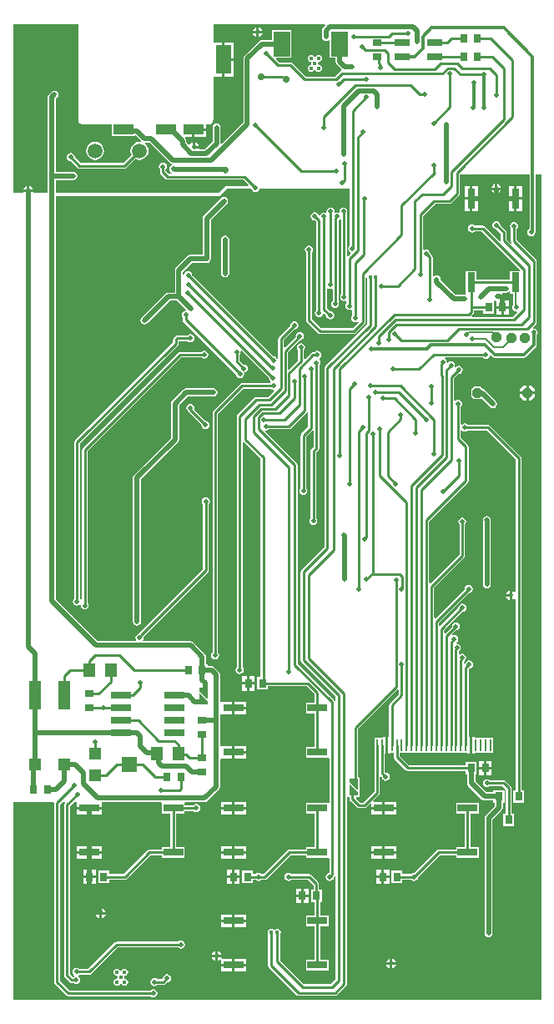
<source format=gtl>
G04*
G04 #@! TF.GenerationSoftware,Altium Limited,Altium Designer,19.0.12 (326)*
G04*
G04 Layer_Physical_Order=1*
G04 Layer_Color=6711008*
%FSLAX25Y25*%
%MOIN*%
G70*
G01*
G75*
%ADD11C,0.01000*%
%ADD17C,0.01181*%
%ADD22R,0.05906X0.11811*%
%ADD23R,0.07874X0.03937*%
%ADD24R,0.01000X0.04724*%
%ADD25R,0.07874X0.03150*%
%ADD26R,0.04724X0.11811*%
%ADD27R,0.04500X0.05400*%
%ADD28R,0.03100X0.03800*%
%ADD29R,0.03800X0.03100*%
%ADD30R,0.01968X0.01968*%
%ADD31R,0.07874X0.02756*%
%ADD32R,0.04724X0.04724*%
%ADD33R,0.06299X0.06299*%
%ADD34R,0.04724X0.05118*%
%ADD35R,0.03150X0.03740*%
%ADD36R,0.03150X0.07874*%
%ADD37R,0.06693X0.09843*%
%ADD38R,0.06299X0.03150*%
%ADD58C,0.01968*%
%ADD59C,0.00630*%
G04:AMPARAMS|DCode=60|XSize=39.37mil|YSize=39.37mil|CornerRadius=0mil|HoleSize=0mil|Usage=FLASHONLY|Rotation=0.000|XOffset=0mil|YOffset=0mil|HoleType=Round|Shape=Octagon|*
%AMOCTAGOND60*
4,1,8,0.01968,-0.00984,0.01968,0.00984,0.00984,0.01968,-0.00984,0.01968,-0.01968,0.00984,-0.01968,-0.00984,-0.00984,-0.01968,0.00984,-0.01968,0.01968,-0.00984,0.0*
%
%ADD60OCTAGOND60*%

%ADD61C,0.05906*%
%ADD62C,0.01968*%
%ADD63C,0.01575*%
%ADD64C,0.02756*%
G36*
X126747Y392531D02*
X125885Y391670D01*
X125535Y391146D01*
X125412Y390528D01*
Y388000D01*
X125535Y387382D01*
X125885Y386858D01*
X126409Y386508D01*
X127028Y386385D01*
X127646Y386508D01*
X128053Y386780D01*
X128454Y386637D01*
X128553Y386559D01*
Y379679D01*
X130885D01*
Y378091D01*
X131008Y377472D01*
X131358Y376948D01*
X133205Y375101D01*
X133205Y375003D01*
X133092Y374569D01*
X132930Y374536D01*
X132566Y374293D01*
X132566Y374293D01*
X130535Y372262D01*
X118897D01*
X113566Y377593D01*
X113202Y377836D01*
X112773Y377922D01*
X112773Y377922D01*
X108196D01*
X106901Y379217D01*
X107092Y379679D01*
X113218D01*
Y390721D01*
X105325D01*
Y386815D01*
X101452D01*
X100833Y386692D01*
X100309Y386342D01*
X94401Y380434D01*
X94051Y379910D01*
X93928Y379292D01*
Y353894D01*
X85363Y345328D01*
X85082Y345411D01*
X84881Y345554D01*
Y351819D01*
X84758Y352437D01*
X84408Y352961D01*
X83884Y353311D01*
X83266Y353434D01*
X82648Y353311D01*
X82124Y352961D01*
X81774Y352437D01*
X81651Y351819D01*
Y346139D01*
X78558Y343047D01*
X76582D01*
X76244Y343500D01*
X74276D01*
Y344000D01*
X73776D01*
Y345924D01*
X73502Y345869D01*
X72846Y345431D01*
X72589Y345046D01*
X71972Y344956D01*
X71198Y345730D01*
Y346386D01*
X71075Y347004D01*
X70725Y347528D01*
X70683Y347570D01*
X70875Y348031D01*
X73500D01*
Y351000D01*
X74000D01*
Y351500D01*
X78937D01*
Y352993D01*
X80000D01*
X80768Y353146D01*
X81419Y353581D01*
X81854Y354232D01*
X82007Y355000D01*
Y371611D01*
X82047Y372094D01*
X82507Y372094D01*
X85500D01*
Y379000D01*
Y385906D01*
X82047Y385906D01*
X82007Y386389D01*
Y392993D01*
X126555D01*
X126747Y392531D01*
D02*
G37*
G36*
X27993Y355000D02*
X28146Y354232D01*
X28581Y353581D01*
X29232Y353146D01*
X30000Y352993D01*
X41463D01*
Y348431D01*
X50537D01*
Y348431D01*
X51037Y348619D01*
X53164Y346492D01*
X52931Y346018D01*
X52437Y346083D01*
X51510Y345961D01*
X50646Y345603D01*
X49903Y345034D01*
X49334Y344292D01*
X48976Y343427D01*
X48854Y342500D01*
X48976Y341573D01*
X49253Y340902D01*
X45973Y337621D01*
X28965D01*
X26610Y339976D01*
X26615Y340000D01*
X26492Y340618D01*
X26142Y341142D01*
X25618Y341492D01*
X25000Y341615D01*
X24382Y341492D01*
X23858Y341142D01*
X23508Y340618D01*
X23385Y340000D01*
X23508Y339382D01*
X23858Y338858D01*
X24382Y338508D01*
X25000Y338385D01*
X25024Y338390D01*
X27707Y335707D01*
X27707Y335707D01*
X28071Y335464D01*
X28500Y335378D01*
X28500Y335379D01*
X46437D01*
X46437Y335378D01*
X46866Y335464D01*
X47230Y335707D01*
X50840Y339316D01*
X51510Y339039D01*
X52437Y338917D01*
X53365Y339039D01*
X54229Y339397D01*
X54971Y339966D01*
X55541Y340708D01*
X55898Y341573D01*
X56021Y342500D01*
X55898Y343427D01*
X55541Y344292D01*
X54971Y345034D01*
X54514Y345385D01*
X54684Y345885D01*
X56431D01*
X64595Y337721D01*
X65119Y337371D01*
X65267Y337341D01*
X65332Y337071D01*
X65320Y336821D01*
X64858Y336512D01*
X64508Y335988D01*
X64385Y335370D01*
X64508Y334752D01*
X64858Y334228D01*
X65228Y333858D01*
X65282Y333822D01*
X65130Y333321D01*
X64030D01*
X62881Y334471D01*
Y335084D01*
X62902Y335098D01*
X63252Y335622D01*
X63375Y336240D01*
X63252Y336858D01*
X62902Y337382D01*
X62378Y337733D01*
X61760Y337856D01*
X61142Y337733D01*
X60618Y337382D01*
X60268Y336858D01*
X60145Y336240D01*
X60268Y335622D01*
X60618Y335098D01*
X60638Y335084D01*
Y334006D01*
X60638Y334006D01*
X60724Y333577D01*
X60967Y333213D01*
X62773Y331407D01*
X62773Y331407D01*
X63137Y331164D01*
X63566Y331078D01*
X63566Y331079D01*
X93824D01*
X95909Y328993D01*
X95718Y328531D01*
X86878D01*
X84016Y325669D01*
X84000Y325685D01*
X19115D01*
Y330885D01*
X26000D01*
X26618Y331008D01*
X27142Y331358D01*
X27492Y331882D01*
X27615Y332500D01*
X27492Y333118D01*
X27142Y333642D01*
X26618Y333992D01*
X26000Y334115D01*
X19115D01*
Y363315D01*
X19642Y363842D01*
X19992Y364366D01*
X20115Y364984D01*
X19992Y365602D01*
X19642Y366126D01*
X19118Y366476D01*
X18500Y366599D01*
X17882Y366476D01*
X17358Y366126D01*
X16358Y365126D01*
X16008Y364602D01*
X15885Y363984D01*
Y332500D01*
Y325685D01*
X10287D01*
X9942Y326165D01*
X6058D01*
X5713Y325685D01*
X2007D01*
Y392993D01*
X27993D01*
Y355000D01*
D02*
G37*
G36*
X212993Y3507D02*
X2007D01*
Y82575D01*
X18006D01*
X18393Y82075D01*
X18378Y82000D01*
X18379Y82000D01*
Y10500D01*
X18378Y10500D01*
X18464Y10071D01*
X18707Y9707D01*
X23207Y5207D01*
X23207Y5207D01*
X23571Y4964D01*
X24000Y4878D01*
X24000Y4879D01*
X56963D01*
X57382Y4598D01*
X58000Y4475D01*
X58618Y4598D01*
X59142Y4948D01*
X59492Y5472D01*
X59615Y6091D01*
X59492Y6709D01*
X59142Y7233D01*
X58618Y7583D01*
X58000Y7706D01*
X57382Y7583D01*
X56858Y7233D01*
X56783Y7122D01*
X24465D01*
X20621Y10965D01*
Y81535D01*
X21661Y82575D01*
X22535D01*
X22652Y82294D01*
X22695Y82075D01*
X22464Y81729D01*
X22378Y81300D01*
X22378Y81300D01*
Y13200D01*
X22378Y13200D01*
X22464Y12771D01*
X22707Y12407D01*
X24607Y10507D01*
X24607Y10507D01*
X24971Y10264D01*
X25400Y10178D01*
X25400Y10178D01*
X26044D01*
X26058Y10158D01*
X26582Y9808D01*
X27200Y9685D01*
X27818Y9808D01*
X28342Y10158D01*
X28692Y10682D01*
X28815Y11300D01*
X28692Y11918D01*
X28342Y12442D01*
X28048Y12639D01*
X28026Y12717D01*
X28075Y13212D01*
X28442Y13458D01*
X28456Y13478D01*
X32445D01*
X32446Y13478D01*
X32875Y13564D01*
X33239Y13807D01*
X43810Y24378D01*
X67844D01*
X67858Y24358D01*
X68382Y24008D01*
X69000Y23885D01*
X69618Y24008D01*
X70142Y24358D01*
X70492Y24882D01*
X70615Y25500D01*
X70492Y26118D01*
X70142Y26642D01*
X69618Y26992D01*
X69000Y27115D01*
X68382Y26992D01*
X67858Y26642D01*
X67844Y26622D01*
X43346D01*
X43346Y26622D01*
X42916Y26536D01*
X42553Y26293D01*
X42553Y26293D01*
X31981Y15721D01*
X28456D01*
X28442Y15742D01*
X27918Y16092D01*
X27300Y16215D01*
X26682Y16092D01*
X26158Y15742D01*
X25808Y15218D01*
X25685Y14600D01*
X25808Y13982D01*
X26158Y13458D01*
X26452Y13261D01*
X26474Y13183D01*
X26428Y12720D01*
X26010Y12467D01*
X25621Y12665D01*
X24622Y13665D01*
Y80835D01*
X26361Y82575D01*
X27563D01*
Y80500D01*
X32500D01*
X37437D01*
Y82322D01*
X60988D01*
X61428Y82175D01*
X61428Y81822D01*
Y77825D01*
X64843D01*
Y64458D01*
X61428D01*
Y63405D01*
X56437D01*
X56437Y63405D01*
X56008Y63320D01*
X55644Y63077D01*
X55644Y63076D01*
X46189Y53622D01*
X40250D01*
Y55000D01*
X35950D01*
Y50000D01*
X40250D01*
Y51378D01*
X46654D01*
X46654Y51378D01*
X47083Y51464D01*
X47447Y51707D01*
X56902Y61162D01*
X61428D01*
Y60109D01*
X70502D01*
Y64458D01*
X67086D01*
Y77825D01*
X70502D01*
Y78878D01*
X73982D01*
X73996Y78858D01*
X74520Y78508D01*
X75138Y78385D01*
X75756Y78508D01*
X76280Y78858D01*
X76630Y79382D01*
X76753Y80000D01*
X76630Y80618D01*
X76280Y81142D01*
X75756Y81492D01*
X75138Y81615D01*
X74520Y81492D01*
X73996Y81142D01*
X73982Y81122D01*
X70855D01*
X70502Y81475D01*
X70502Y82175D01*
X70941Y82322D01*
X78437D01*
X79055Y82445D01*
X79579Y82795D01*
X84142Y87358D01*
X84492Y87882D01*
X84615Y88500D01*
Y99582D01*
X85063Y99709D01*
X85115Y99709D01*
X89500D01*
Y102283D01*
Y104858D01*
X85115D01*
X85063Y104858D01*
X84615Y104984D01*
Y115000D01*
Y117299D01*
X85063Y117425D01*
X85115Y117425D01*
X89500D01*
Y120000D01*
Y122575D01*
X85115D01*
X85063Y122575D01*
X84615Y122701D01*
Y133390D01*
X84492Y134008D01*
X84142Y134532D01*
X82532Y136142D01*
X82008Y136492D01*
X81390Y136615D01*
X79650D01*
Y137500D01*
X79115D01*
Y140400D01*
X78992Y141018D01*
X78642Y141542D01*
X74042Y146142D01*
X73518Y146492D01*
X72900Y146615D01*
X54081D01*
X53814Y147115D01*
X53992Y147382D01*
X54115Y148000D01*
X54036Y148397D01*
X54049Y148463D01*
X79793Y174207D01*
X79793Y174207D01*
X80036Y174571D01*
X80122Y175000D01*
X80122Y175000D01*
Y201344D01*
X80142Y201358D01*
X80492Y201882D01*
X80615Y202500D01*
X80492Y203118D01*
X80142Y203642D01*
X79618Y203992D01*
X79000Y204115D01*
X78382Y203992D01*
X77858Y203642D01*
X77508Y203118D01*
X77385Y202500D01*
X77508Y201882D01*
X77858Y201358D01*
X77878Y201344D01*
Y175465D01*
X52191Y149777D01*
X52019Y149520D01*
X51882Y149492D01*
X51358Y149142D01*
X51008Y148618D01*
X50885Y148000D01*
X51008Y147382D01*
X51186Y147115D01*
X50919Y146615D01*
X35868D01*
X19115Y163368D01*
Y324491D01*
X84500Y324500D01*
X87441Y327441D01*
X97211D01*
X97279Y327098D01*
X97629Y326574D01*
X98154Y326224D01*
X98772Y326101D01*
X99390Y326224D01*
X99914Y326574D01*
X100264Y327098D01*
X100332Y327441D01*
X136535D01*
Y304761D01*
X136358Y304642D01*
X136008Y304118D01*
X135885Y303500D01*
X136008Y302882D01*
X136358Y302358D01*
X136750Y302096D01*
X136895Y301534D01*
X135803Y300441D01*
X135303Y300648D01*
Y317463D01*
X135429Y317652D01*
X135552Y318270D01*
X135429Y318888D01*
X135079Y319413D01*
X134555Y319763D01*
X133937Y319886D01*
X133319Y319763D01*
X132795Y319413D01*
X132445Y318888D01*
X132322Y318270D01*
X132354Y318108D01*
X132112Y317904D01*
X131909Y317782D01*
X131339Y317895D01*
X130803Y317789D01*
X130527Y317967D01*
X130362Y318134D01*
X130395Y318300D01*
X130272Y318918D01*
X129922Y319442D01*
X129398Y319792D01*
X128780Y319915D01*
X128162Y319792D01*
X127637Y319442D01*
X127287Y318918D01*
X127164Y318300D01*
X127197Y318134D01*
X127032Y317967D01*
X126756Y317789D01*
X126220Y317895D01*
X125602Y317772D01*
X125078Y317422D01*
X124728Y316898D01*
X124183Y316720D01*
X124025Y316810D01*
X123992Y316974D01*
X123642Y317498D01*
X123118Y317848D01*
X122500Y317971D01*
X121882Y317848D01*
X121358Y317498D01*
X121008Y316974D01*
X120885Y316356D01*
X121008Y315738D01*
X121358Y315214D01*
X121882Y314864D01*
X122500Y314741D01*
X122524Y314746D01*
X122973Y314297D01*
Y278904D01*
X122952Y278890D01*
X122602Y278366D01*
X122479Y277748D01*
X122602Y277130D01*
X122952Y276606D01*
X123476Y276256D01*
X124094Y276133D01*
X124713Y276256D01*
X125237Y276606D01*
X125587Y277130D01*
X125665Y277526D01*
X126188Y277711D01*
X127083Y276816D01*
X127078Y276792D01*
X127201Y276174D01*
X127551Y275650D01*
X128075Y275300D01*
X128693Y275177D01*
X129311Y275300D01*
X129835Y275650D01*
X130185Y276174D01*
X130308Y276792D01*
X130185Y277410D01*
X129835Y277934D01*
X129311Y278284D01*
X128693Y278407D01*
X128669Y278402D01*
X127342Y279729D01*
Y287461D01*
X127842Y287713D01*
X128162Y287500D01*
X128780Y287377D01*
X129242Y287469D01*
X129742Y287174D01*
Y282717D01*
X129469Y282534D01*
X129119Y282010D01*
X128996Y281392D01*
X129119Y280774D01*
X129469Y280250D01*
X129993Y279900D01*
X130611Y279777D01*
X131229Y279900D01*
X131753Y280250D01*
X132103Y280774D01*
X132226Y281392D01*
X132103Y282010D01*
X131964Y282219D01*
X131985Y282330D01*
X131985Y282330D01*
Y314807D01*
X132481Y315138D01*
X132560Y315256D01*
X133060Y315104D01*
Y285356D01*
X133039Y285342D01*
X132689Y284818D01*
X132566Y284200D01*
X132689Y283582D01*
X133039Y283058D01*
X133563Y282708D01*
X134181Y282585D01*
X134698Y282687D01*
X135198Y282418D01*
Y281750D01*
X135177Y281737D01*
X134827Y281212D01*
X134704Y280594D01*
X134827Y279976D01*
X135177Y279452D01*
X135701Y279102D01*
X136319Y278979D01*
X136938Y279102D01*
X137060Y279184D01*
X137560Y278916D01*
Y276848D01*
X137539Y276834D01*
X137189Y276310D01*
X137066Y275692D01*
X137189Y275074D01*
X137539Y274550D01*
X138063Y274200D01*
X138681Y274077D01*
X139299Y274200D01*
X139738Y274493D01*
X140057Y274105D01*
X137574Y271621D01*
X125052D01*
X121279Y275395D01*
Y301836D01*
X121300Y301850D01*
X121650Y302374D01*
X121773Y302992D01*
X121650Y303610D01*
X121300Y304134D01*
X120775Y304484D01*
X120157Y304607D01*
X119539Y304484D01*
X119015Y304134D01*
X118665Y303610D01*
X118542Y302992D01*
X118665Y302374D01*
X119015Y301850D01*
X119036Y301836D01*
Y274930D01*
X119036Y274930D01*
X119121Y274501D01*
X119364Y274137D01*
X123795Y269707D01*
X123795Y269707D01*
X124159Y269464D01*
X124588Y269378D01*
X138039D01*
X138039Y269378D01*
X138468Y269464D01*
X138832Y269707D01*
X142446Y273321D01*
X142446Y273321D01*
X142689Y273685D01*
X142774Y274114D01*
Y291783D01*
X143274Y291832D01*
X143358Y291409D01*
X143544Y291131D01*
Y273370D01*
X126707Y256534D01*
X126464Y256170D01*
X126378Y255741D01*
X126378Y255740D01*
Y184361D01*
X117207Y175190D01*
X116964Y174826D01*
X116878Y174397D01*
X116878Y174397D01*
Y139084D01*
X116878Y139084D01*
X116964Y138655D01*
X117207Y138291D01*
X130878Y124619D01*
Y122961D01*
X130784Y122925D01*
X130378Y122878D01*
X130193Y123156D01*
X130193Y123156D01*
X115622Y137727D01*
Y216957D01*
X115536Y217387D01*
X115293Y217751D01*
X115293Y217751D01*
X102597Y230447D01*
X102843Y230907D01*
X102957Y230885D01*
X103576Y231008D01*
X104100Y231358D01*
X104113Y231379D01*
X112214D01*
X112214Y231378D01*
X112643Y231464D01*
X113007Y231707D01*
X119293Y237993D01*
X119378Y238121D01*
X119878Y237969D01*
Y232343D01*
X117140Y229604D01*
X116897Y229240D01*
X116811Y228811D01*
X116811Y228811D01*
Y207833D01*
X116791Y207819D01*
X116441Y207295D01*
X116318Y206677D01*
X116441Y206059D01*
X116791Y205535D01*
X117315Y205185D01*
X117933Y205062D01*
X118551Y205185D01*
X119075Y205535D01*
X119425Y206059D01*
X119548Y206677D01*
X119425Y207295D01*
X119075Y207819D01*
X119054Y207833D01*
Y228346D01*
X121565Y230857D01*
X122065Y230650D01*
Y224253D01*
X121107Y223295D01*
X120864Y222931D01*
X120778Y222502D01*
X120778Y222502D01*
Y195879D01*
X120758Y195865D01*
X120408Y195341D01*
X120285Y194723D01*
X120408Y194105D01*
X120758Y193581D01*
X121282Y193231D01*
X121900Y193108D01*
X122518Y193231D01*
X123042Y193581D01*
X123392Y194105D01*
X123515Y194723D01*
X123392Y195341D01*
X123042Y195865D01*
X123022Y195879D01*
Y222037D01*
X123980Y222995D01*
X123980Y222995D01*
X124223Y223359D01*
X124308Y223788D01*
X124308Y223788D01*
Y256766D01*
X124329Y256780D01*
X124679Y257304D01*
X124802Y257922D01*
X124679Y258540D01*
X124329Y259064D01*
X124304Y259081D01*
X124324Y259669D01*
X124607Y259858D01*
X124957Y260382D01*
X125080Y261000D01*
X124957Y261618D01*
X124607Y262142D01*
X124083Y262492D01*
X123465Y262615D01*
X122846Y262492D01*
X122322Y262142D01*
X122309Y262122D01*
X121820D01*
X121391Y262036D01*
X121027Y261793D01*
X121027Y261793D01*
X118584Y259349D01*
X118122Y259541D01*
Y262844D01*
X118142Y262858D01*
X118492Y263382D01*
X118615Y264000D01*
X118492Y264618D01*
X118142Y265142D01*
X117618Y265492D01*
X117000Y265615D01*
X116382Y265492D01*
X115858Y265142D01*
X115508Y264618D01*
X115385Y264000D01*
X115508Y263382D01*
X115858Y262858D01*
X115878Y262844D01*
Y258907D01*
X112183Y255212D01*
X111722Y255403D01*
Y261954D01*
X116690Y266922D01*
X117118Y267008D01*
X117642Y267358D01*
X117992Y267882D01*
X118115Y268500D01*
X117992Y269118D01*
X117642Y269642D01*
X117118Y269992D01*
X116500Y270115D01*
X115882Y269992D01*
X115358Y269642D01*
X115008Y269118D01*
X114885Y268500D01*
X114920Y268325D01*
X110583Y263988D01*
X110122Y264180D01*
Y266945D01*
X114358Y271182D01*
X114383Y271177D01*
X115001Y271300D01*
X115525Y271650D01*
X115875Y272174D01*
X115998Y272792D01*
X115875Y273410D01*
X115525Y273934D01*
X115001Y274284D01*
X114383Y274407D01*
X113765Y274284D01*
X113241Y273934D01*
X112890Y273410D01*
X112767Y272792D01*
X112772Y272768D01*
X108207Y268202D01*
X107964Y267839D01*
X107878Y267409D01*
X107878Y267409D01*
Y259715D01*
X107378Y259563D01*
X107142Y259917D01*
X106618Y260267D01*
X106000Y260390D01*
X105976Y260385D01*
X73510Y292850D01*
X73515Y292875D01*
X73392Y293493D01*
X73042Y294017D01*
X72518Y294367D01*
X71900Y294490D01*
X71282Y294367D01*
X70758Y294017D01*
X70408Y293493D01*
X70315Y293028D01*
X69815Y293078D01*
Y294223D01*
X73369Y297777D01*
X79331D01*
X79949Y297900D01*
X80473Y298250D01*
X80823Y298774D01*
X80946Y299392D01*
Y314902D01*
X87402Y321358D01*
X87752Y321882D01*
X87875Y322500D01*
X87752Y323118D01*
X87402Y323642D01*
X86878Y323992D01*
X86260Y324115D01*
X85642Y323992D01*
X85118Y323642D01*
X78189Y316713D01*
X77838Y316189D01*
X77715Y315571D01*
Y301007D01*
X72700D01*
X72082Y300884D01*
X71558Y300534D01*
X67058Y296034D01*
X66708Y295510D01*
X66585Y294892D01*
Y285926D01*
X64019D01*
X63401Y285803D01*
X62877Y285453D01*
X53358Y275934D01*
X53008Y275410D01*
X52885Y274792D01*
X53008Y274174D01*
X53358Y273650D01*
X53882Y273300D01*
X54500Y273177D01*
X55118Y273300D01*
X55642Y273650D01*
X64688Y282696D01*
X67531D01*
X71138Y279089D01*
X70948Y278692D01*
X70900Y278620D01*
X70298Y278500D01*
X69774Y278150D01*
X69424Y277626D01*
X69301Y277008D01*
X69424Y276390D01*
X69774Y275866D01*
X69794Y275852D01*
Y275023D01*
X69794Y275023D01*
X69880Y274593D01*
X70123Y274229D01*
X91132Y253221D01*
X91227Y252741D01*
X91577Y252217D01*
X92101Y251867D01*
X92719Y251744D01*
X93337Y251867D01*
X93861Y252217D01*
X94212Y252741D01*
X94334Y253360D01*
X94213Y253968D01*
X94760Y254077D01*
X95284Y254427D01*
X95635Y254951D01*
X95757Y255569D01*
X95635Y256187D01*
X95284Y256711D01*
X94760Y257061D01*
X94142Y257184D01*
X94118Y257179D01*
X92369Y258928D01*
Y260891D01*
X92390Y260905D01*
X92740Y261429D01*
X92863Y262047D01*
X92788Y262424D01*
X93249Y262671D01*
X104143Y251776D01*
X104138Y251752D01*
X104261Y251134D01*
X104611Y250610D01*
X104619Y250605D01*
X104678Y249987D01*
X104455Y249759D01*
X93358D01*
X93358Y249759D01*
X92929Y249673D01*
X92565Y249430D01*
X92565Y249430D01*
X81899Y238764D01*
X81656Y238400D01*
X81570Y237971D01*
X81570Y237971D01*
Y142171D01*
X81550Y142157D01*
X81200Y141633D01*
X81077Y141015D01*
X81200Y140397D01*
X81550Y139873D01*
X82074Y139522D01*
X82692Y139399D01*
X83310Y139522D01*
X83834Y139873D01*
X84184Y140397D01*
X84307Y141015D01*
X84184Y141633D01*
X83834Y142157D01*
X83813Y142171D01*
Y237506D01*
X93823Y247516D01*
X104844D01*
X104858Y247495D01*
X105382Y247145D01*
X105967Y247028D01*
X106052Y246898D01*
X106197Y246551D01*
X103868Y244221D01*
X99008D01*
X98579Y244136D01*
X98215Y243893D01*
X98215Y243893D01*
X91707Y237385D01*
X91464Y237021D01*
X91378Y236592D01*
X91378Y236592D01*
Y136345D01*
X91358Y136331D01*
X91008Y135807D01*
X90885Y135189D01*
X91008Y134571D01*
X91358Y134047D01*
X91882Y133697D01*
X92500Y133574D01*
X93118Y133697D01*
X93642Y134047D01*
X93992Y134571D01*
X94115Y135189D01*
X93992Y135807D01*
X93642Y136331D01*
X93622Y136345D01*
Y226080D01*
X94122Y226286D01*
X100878Y219529D01*
Y132303D01*
X99450D01*
Y127303D01*
X103750D01*
Y128682D01*
X119232D01*
X122343Y125571D01*
Y122175D01*
X118928D01*
Y117825D01*
X122343D01*
Y104458D01*
X118928D01*
Y100109D01*
X128002D01*
X128278Y99723D01*
Y82560D01*
X128002Y82175D01*
X127778Y82175D01*
X118928D01*
Y77825D01*
X122343D01*
Y64458D01*
X118928D01*
Y63405D01*
X112283D01*
X112283Y63405D01*
X111854Y63320D01*
X111490Y63077D01*
X111490Y63076D01*
X102035Y53622D01*
X101156D01*
X101142Y53642D01*
X100618Y53992D01*
X100000Y54115D01*
X99382Y53992D01*
X98858Y53642D01*
X98844Y53622D01*
X97750D01*
Y55000D01*
X93450D01*
Y50000D01*
X97750D01*
Y51378D01*
X98844D01*
X98858Y51358D01*
X99382Y51008D01*
X100000Y50885D01*
X100618Y51008D01*
X101142Y51358D01*
X101156Y51378D01*
X102500D01*
X102500Y51378D01*
X102929Y51464D01*
X103293Y51707D01*
X112748Y61162D01*
X118928D01*
Y60109D01*
X127778D01*
X128002Y60109D01*
X128278Y59723D01*
Y54071D01*
X127882Y53992D01*
X127358Y53642D01*
X127008Y53118D01*
X126885Y52500D01*
X127008Y51882D01*
X127358Y51358D01*
X127882Y51008D01*
X128500Y50885D01*
X129118Y51008D01*
X129642Y51358D01*
X129992Y51882D01*
X130115Y52500D01*
X130115Y52503D01*
X130392Y52834D01*
X130878Y52767D01*
Y11628D01*
X128935Y9685D01*
X118073D01*
X108680Y19077D01*
Y29741D01*
X108866Y30018D01*
X108974Y30559D01*
X108866Y31100D01*
X108559Y31560D01*
X108100Y31866D01*
X107559Y31974D01*
X107018Y31866D01*
X106588Y31579D01*
X106446Y31516D01*
X106114D01*
X105971Y31579D01*
X105541Y31866D01*
X105000Y31974D01*
X104459Y31866D01*
X104000Y31560D01*
X103693Y31100D01*
X103585Y30559D01*
X103693Y30018D01*
X103878Y29741D01*
Y17021D01*
X103878Y17021D01*
X103964Y16591D01*
X104207Y16228D01*
X115137Y5298D01*
X115137Y5297D01*
X115501Y5054D01*
X115930Y4969D01*
X130591D01*
X130591Y4969D01*
X131020Y5054D01*
X131384Y5297D01*
X134993Y8907D01*
X134993Y8907D01*
X135236Y9271D01*
X135322Y9700D01*
Y84546D01*
X135822Y84645D01*
X135860Y84553D01*
X136319Y84363D01*
X136378D01*
Y83681D01*
X136378Y83681D01*
X136464Y83252D01*
X136707Y82888D01*
X139266Y80329D01*
X139266Y80329D01*
X139630Y80086D01*
X140059Y80000D01*
X140059Y80001D01*
X142307D01*
X142307Y80000D01*
X142736Y80086D01*
X143100Y80329D01*
X144601Y81830D01*
X145063Y81639D01*
Y80500D01*
X149500D01*
Y82575D01*
X145999D01*
X145808Y83037D01*
X148171Y85400D01*
X148171Y85400D01*
X148414Y85764D01*
X148500Y86193D01*
X148500Y86193D01*
Y92362D01*
X148991Y92596D01*
X149273Y92403D01*
X149376Y91882D01*
X149726Y91358D01*
X150250Y91008D01*
X150869Y90885D01*
X151487Y91008D01*
X152011Y91358D01*
X152361Y91882D01*
X152484Y92500D01*
X152361Y93118D01*
X152011Y93642D01*
X151487Y93992D01*
X150869Y94115D01*
X150844Y94111D01*
X150468Y94487D01*
Y101638D01*
X150815D01*
Y105000D01*
Y108362D01*
X149815D01*
Y107962D01*
X146278D01*
Y105108D01*
X146256Y105000D01*
Y86658D01*
X141842Y82244D01*
X140524D01*
X138905Y83863D01*
X139112Y84363D01*
X139862D01*
X140322Y84553D01*
X140512Y85012D01*
Y86587D01*
X140349Y86980D01*
X140512Y87374D01*
Y91705D01*
X140322Y92164D01*
X139862Y92354D01*
X139803D01*
Y111717D01*
X155483Y127397D01*
X155983Y127190D01*
Y125399D01*
X152490Y121906D01*
X152247Y121543D01*
X152162Y121113D01*
X152162Y121113D01*
Y108362D01*
X151815D01*
Y105000D01*
Y101638D01*
X152815D01*
Y102038D01*
X154130D01*
Y100368D01*
X154130Y100368D01*
X154216Y99939D01*
X154459Y99575D01*
X158827Y95207D01*
X159191Y94964D01*
X159620Y94878D01*
X159620Y94878D01*
X182850D01*
Y93500D01*
X183385D01*
Y89972D01*
X183508Y89354D01*
X183858Y88830D01*
X189106Y83582D01*
X189630Y83232D01*
X190248Y83109D01*
X193888D01*
Y82254D01*
X194448D01*
Y80917D01*
X190758Y77227D01*
X190408Y76703D01*
X190285Y76085D01*
Y30000D01*
X190408Y29382D01*
X190758Y28858D01*
X191282Y28508D01*
X191900Y28385D01*
X192518Y28508D01*
X193042Y28858D01*
X193392Y29382D01*
X193515Y30000D01*
Y75416D01*
X197205Y79106D01*
X197555Y79630D01*
X197678Y80248D01*
Y82254D01*
X198238D01*
Y87195D01*
X193888D01*
Y86340D01*
X190917D01*
X186615Y90641D01*
Y93500D01*
X187150D01*
Y98500D01*
X182850D01*
Y97122D01*
X160085D01*
X156374Y100833D01*
Y102038D01*
X183280D01*
Y101638D01*
X184280D01*
Y105000D01*
Y108362D01*
X183932D01*
Y135312D01*
X184153Y135731D01*
X184772Y135854D01*
X185296Y136204D01*
X185646Y136729D01*
X185769Y137347D01*
X185646Y137965D01*
X185296Y138489D01*
X184772Y138839D01*
X184153Y138962D01*
X183535Y138839D01*
X183011Y138489D01*
X182661Y137965D01*
X182614Y137726D01*
X182467Y137645D01*
X181967Y137941D01*
Y138498D01*
X182016Y138508D01*
X182540Y138858D01*
X182890Y139382D01*
X183013Y140000D01*
X182890Y140618D01*
X182540Y141142D01*
X182016Y141492D01*
X181398Y141615D01*
X180780Y141492D01*
X180496Y141303D01*
X179996Y141570D01*
Y142677D01*
X180385Y142937D01*
X180735Y143462D01*
X180858Y144080D01*
X180735Y144698D01*
X180385Y145222D01*
X179861Y145572D01*
X179243Y145695D01*
X179181Y145683D01*
X178986Y146154D01*
X179292Y146358D01*
X179642Y146882D01*
X179765Y147500D01*
X179642Y148118D01*
X179292Y148642D01*
X178768Y148992D01*
X178150Y149115D01*
X177568Y149000D01*
X177539Y149022D01*
X177405Y149543D01*
X178850Y150988D01*
X178874Y150983D01*
X179492Y151106D01*
X180016Y151456D01*
X180366Y151980D01*
X180489Y152598D01*
X180366Y153217D01*
X180016Y153741D01*
X179492Y154091D01*
X178874Y154214D01*
X178256Y154091D01*
X177732Y153741D01*
X177382Y153217D01*
X177259Y152598D01*
X177264Y152574D01*
X174590Y149901D01*
X174090Y150108D01*
Y151008D01*
X181472Y158390D01*
X181496Y158385D01*
X182114Y158508D01*
X182638Y158858D01*
X182988Y159382D01*
X183111Y160000D01*
X182988Y160618D01*
X182638Y161142D01*
X182114Y161492D01*
X181496Y161615D01*
X180878Y161492D01*
X180354Y161142D01*
X180004Y160618D01*
X179881Y160000D01*
X179885Y159976D01*
X172622Y152712D01*
X172122Y152919D01*
Y154035D01*
X183976Y165890D01*
X184000Y165885D01*
X184618Y166008D01*
X185142Y166358D01*
X185492Y166882D01*
X185615Y167500D01*
X185492Y168118D01*
X185142Y168642D01*
X184618Y168992D01*
X184000Y169115D01*
X183382Y168992D01*
X182858Y168642D01*
X182508Y168118D01*
X182385Y167500D01*
X182390Y167476D01*
X170653Y155739D01*
X170153Y155946D01*
Y168066D01*
X182191Y180104D01*
X182191Y180104D01*
X182434Y180468D01*
X182519Y180897D01*
X182519Y180897D01*
Y193214D01*
X182540Y193228D01*
X182890Y193752D01*
X183013Y194370D01*
X182890Y194988D01*
X182540Y195512D01*
X182016Y195862D01*
X181398Y195985D01*
X180780Y195862D01*
X180255Y195512D01*
X179905Y194988D01*
X179782Y194370D01*
X179905Y193752D01*
X180255Y193228D01*
X180276Y193214D01*
Y181361D01*
X168684Y169770D01*
X168184Y169977D01*
Y194514D01*
X183604Y209934D01*
X183604Y209934D01*
X183847Y210298D01*
X183933Y210727D01*
X183932Y210727D01*
Y224443D01*
X183933Y224443D01*
X183847Y224872D01*
X183604Y225236D01*
X183604Y225236D01*
X180875Y227965D01*
Y230680D01*
X181271Y230826D01*
X181375Y230846D01*
X181882Y230508D01*
X182500Y230385D01*
X183118Y230508D01*
X183642Y230858D01*
X183656Y230878D01*
X191235D01*
X202816Y219298D01*
Y166436D01*
X202315Y166285D01*
X202218Y166431D01*
X201562Y166869D01*
X201287Y166924D01*
Y165000D01*
Y163076D01*
X201562Y163131D01*
X202218Y163569D01*
X202315Y163715D01*
X202816Y163564D01*
Y87195D01*
X201762D01*
Y82254D01*
X206112D01*
Y87195D01*
X205059D01*
Y219763D01*
X205059Y219763D01*
X204973Y220192D01*
X204730Y220556D01*
X204730Y220556D01*
X192493Y232793D01*
X192129Y233036D01*
X191700Y233122D01*
X191700Y233121D01*
X183656D01*
X183642Y233142D01*
X183118Y233492D01*
X182500Y233615D01*
X181882Y233492D01*
X181375Y233154D01*
X181271Y233174D01*
X180875Y233320D01*
Y240360D01*
X180896Y240374D01*
X181246Y240898D01*
X181369Y241516D01*
X181246Y242134D01*
X180896Y242658D01*
X180372Y243008D01*
X179754Y243131D01*
X179136Y243008D01*
X178706Y242721D01*
X178365Y242831D01*
X178206Y242943D01*
Y251620D01*
X179976Y253390D01*
X180000Y253385D01*
X180618Y253508D01*
X181142Y253858D01*
X181492Y254382D01*
X181615Y255000D01*
X181492Y255618D01*
X181142Y256142D01*
X180618Y256492D01*
X180000Y256615D01*
X179382Y256492D01*
X178894Y256166D01*
X178751Y256207D01*
X178431Y256403D01*
X178521Y256855D01*
X178398Y257473D01*
X178048Y257997D01*
X177524Y258348D01*
X176906Y258471D01*
X176287Y258348D01*
X175763Y257997D01*
X175607Y257764D01*
X175136Y257959D01*
X175184Y258200D01*
X175061Y258818D01*
X174711Y259342D01*
X174538Y259458D01*
X174689Y259958D01*
X189709D01*
X189723Y259937D01*
X190247Y259587D01*
X190865Y259464D01*
X191483Y259587D01*
X192008Y259937D01*
X192358Y260461D01*
X192408Y260712D01*
X192950Y260876D01*
X193605Y260221D01*
X193605Y260221D01*
X193999Y259958D01*
X194464Y259866D01*
X206080D01*
X206080Y259866D01*
X206544Y259958D01*
X206938Y260221D01*
X210858Y264142D01*
X210858Y264142D01*
X211122Y264535D01*
X211214Y265000D01*
Y268944D01*
X211492Y269361D01*
X211615Y269979D01*
X211492Y270597D01*
X211142Y271121D01*
X210618Y271471D01*
X210000Y271594D01*
X209859Y271566D01*
X209613Y272027D01*
X210793Y273207D01*
X210793Y273207D01*
X211036Y273571D01*
X211122Y274000D01*
Y298500D01*
X211122Y298500D01*
X211036Y298929D01*
X210793Y299293D01*
X210793Y299293D01*
X203122Y306965D01*
Y311261D01*
X203226Y311331D01*
X203577Y311855D01*
X203699Y312474D01*
X203577Y313092D01*
X203226Y313616D01*
X202702Y313966D01*
X202084Y314089D01*
X201466Y313966D01*
X200942Y313616D01*
X200592Y313092D01*
X200469Y312474D01*
X200592Y311855D01*
X200878Y311426D01*
Y306500D01*
X200878Y306500D01*
X200964Y306071D01*
X201097Y305871D01*
X200709Y305552D01*
X199022Y307240D01*
Y309950D01*
X199022Y309950D01*
X198936Y310379D01*
X198693Y310743D01*
X198693Y310743D01*
X196660Y312776D01*
X196665Y312800D01*
X196542Y313418D01*
X196192Y313942D01*
X195668Y314292D01*
X195050Y314415D01*
X194432Y314292D01*
X193908Y313942D01*
X193558Y313418D01*
X193435Y312800D01*
X193558Y312182D01*
X193908Y311658D01*
X194432Y311308D01*
X195050Y311185D01*
X195074Y311190D01*
X196778Y309485D01*
Y306775D01*
X196778Y306775D01*
X196805Y306642D01*
X196344Y306396D01*
X190447Y312293D01*
X190083Y312536D01*
X189654Y312622D01*
X189654Y312621D01*
X186492D01*
X186478Y312642D01*
X185954Y312992D01*
X185336Y313115D01*
X184718Y312992D01*
X184193Y312642D01*
X183843Y312118D01*
X183720Y311500D01*
X183843Y310882D01*
X184193Y310358D01*
X184718Y310008D01*
X185336Y309885D01*
X185954Y310008D01*
X186478Y310358D01*
X186492Y310379D01*
X189189D01*
X204531Y295037D01*
X204323Y294537D01*
X200542D01*
Y291122D01*
X187175D01*
Y294537D01*
X182825D01*
Y285560D01*
X182577Y285220D01*
X182469Y285115D01*
X178567D01*
X172777Y290905D01*
Y291206D01*
X172654Y291824D01*
X172304Y292348D01*
X171780Y292698D01*
X171161Y292821D01*
X170543Y292698D01*
X170132Y292423D01*
X169741Y292561D01*
X169632Y292645D01*
Y300009D01*
X169547Y300438D01*
X169304Y300802D01*
X169303Y300802D01*
X168674Y301432D01*
X168678Y301457D01*
X168555Y302075D01*
X168205Y302599D01*
X167681Y302949D01*
X167063Y303072D01*
X166445Y302949D01*
X166365Y302896D01*
X165865Y303163D01*
Y316563D01*
X170681Y321378D01*
X176283D01*
X176283Y321378D01*
X176713Y321464D01*
X177076Y321707D01*
X180036Y324666D01*
X180279Y325030D01*
X180364Y325459D01*
X180364Y325459D01*
Y333032D01*
X208286D01*
Y311428D01*
X207858Y311142D01*
X207508Y310618D01*
X207385Y310000D01*
X207508Y309382D01*
X207858Y308858D01*
X208382Y308508D01*
X209000Y308385D01*
X209618Y308508D01*
X210142Y308858D01*
X210492Y309382D01*
X210615Y310000D01*
X210579Y310184D01*
X210622Y310248D01*
X210714Y310713D01*
X210714Y310713D01*
Y333032D01*
X212993D01*
Y3507D01*
D02*
G37*
G36*
X200282Y286280D02*
X200542Y286145D01*
Y285463D01*
X201784D01*
Y281031D01*
X201508Y280618D01*
X201385Y280000D01*
X201508Y279382D01*
X201858Y278858D01*
X202382Y278508D01*
X203000Y278385D01*
X203099Y278404D01*
X203346Y277944D01*
X201523Y276121D01*
X185365D01*
X185158Y276622D01*
X185793Y277256D01*
X185793Y277256D01*
X186036Y277620D01*
X186122Y278049D01*
X186122Y278049D01*
Y278878D01*
X189750D01*
Y277500D01*
X194050D01*
Y282410D01*
X194448Y282745D01*
X194620Y282631D01*
X194950Y282565D01*
Y280500D01*
X200050D01*
Y282900D01*
X197312D01*
X197045Y283400D01*
X197263Y283726D01*
X197318Y284000D01*
X195394D01*
Y285000D01*
X197318D01*
X197263Y285274D01*
X197137Y285462D01*
X197373Y285904D01*
X198953D01*
X199571Y286027D01*
X200042Y286341D01*
X200282Y286280D01*
D02*
G37*
G36*
X79862Y123681D02*
X79468D01*
X76713Y126437D01*
X76319D01*
Y128012D01*
X79862D01*
Y123681D01*
D02*
G37*
G36*
X79468Y122894D02*
X79862D01*
Y121319D01*
X76319D01*
Y125650D01*
X76713D01*
X79468Y122894D01*
D02*
G37*
G36*
X139862Y87374D02*
X139469D01*
X136713Y90130D01*
X136319D01*
Y91705D01*
X139862D01*
Y87374D01*
D02*
G37*
G36*
X139469Y86587D02*
X139862D01*
Y85012D01*
X136319D01*
Y89343D01*
X136713D01*
X139469Y86587D01*
D02*
G37*
%LPC*%
G36*
X100185Y391924D02*
Y390500D01*
X101609D01*
X101554Y390774D01*
X101116Y391431D01*
X100459Y391869D01*
X100185Y391924D01*
D02*
G37*
G36*
X99185D02*
X98911Y391869D01*
X98254Y391431D01*
X97816Y390774D01*
X97761Y390500D01*
X99185D01*
Y391924D01*
D02*
G37*
G36*
X101609Y389500D02*
X100185D01*
Y388076D01*
X100459Y388131D01*
X101116Y388569D01*
X101554Y389226D01*
X101609Y389500D01*
D02*
G37*
G36*
X99185D02*
X97761D01*
X97816Y389226D01*
X98254Y388569D01*
X98911Y388131D01*
X99185Y388076D01*
Y389500D01*
D02*
G37*
G36*
X124000Y380915D02*
X123459Y380807D01*
X123000Y380500D01*
X122778Y380168D01*
X122670Y380139D01*
X122330D01*
X122222Y380168D01*
X122000Y380500D01*
X121541Y380807D01*
X121000Y380915D01*
X120459Y380807D01*
X120000Y380500D01*
X119693Y380041D01*
X119585Y379500D01*
X119693Y378959D01*
X120000Y378500D01*
X120459Y378193D01*
X120741Y378137D01*
X121001Y378082D01*
X121105Y377596D01*
X121085Y377500D01*
X121105Y377404D01*
X121001Y376918D01*
X120741Y376863D01*
X120459Y376807D01*
X120000Y376500D01*
X119693Y376041D01*
X119585Y375500D01*
X119693Y374959D01*
X120000Y374500D01*
X120459Y374193D01*
X121000Y374085D01*
X121541Y374193D01*
X122000Y374500D01*
X122222Y374832D01*
X122330Y374861D01*
X122670D01*
X122778Y374832D01*
X123000Y374500D01*
X123459Y374193D01*
X124000Y374085D01*
X124541Y374193D01*
X125000Y374500D01*
X125307Y374959D01*
X125415Y375500D01*
X125307Y376041D01*
X125000Y376500D01*
X124541Y376807D01*
X124259Y376863D01*
X123999Y376918D01*
X123895Y377404D01*
X123915Y377500D01*
X123895Y377596D01*
X123999Y378082D01*
X124259Y378137D01*
X124541Y378193D01*
X125000Y378500D01*
X125307Y378959D01*
X125415Y379500D01*
X125307Y380041D01*
X125000Y380500D01*
X124541Y380807D01*
X124000Y380915D01*
D02*
G37*
G36*
X86500Y385906D02*
Y379500D01*
X89953D01*
Y385906D01*
X86500D01*
D02*
G37*
G36*
X89953Y378500D02*
X86500D01*
Y372094D01*
X89953D01*
Y378500D01*
D02*
G37*
G36*
X78937Y350500D02*
X74500D01*
Y348031D01*
X78937D01*
Y350500D01*
D02*
G37*
G36*
X74776Y345924D02*
Y344500D01*
X76200D01*
X76145Y344774D01*
X75707Y345431D01*
X75051Y345869D01*
X74776Y345924D01*
D02*
G37*
G36*
X34721Y346083D02*
X33793Y345961D01*
X32929Y345603D01*
X32187Y345034D01*
X31617Y344292D01*
X31259Y343427D01*
X31137Y342500D01*
X31259Y341573D01*
X31617Y340708D01*
X32187Y339966D01*
X32929Y339397D01*
X33793Y339039D01*
X34721Y338917D01*
X35648Y339039D01*
X36512Y339397D01*
X37255Y339966D01*
X37824Y340708D01*
X38182Y341573D01*
X38304Y342500D01*
X38182Y343427D01*
X37824Y344292D01*
X37255Y345034D01*
X36512Y345603D01*
X35648Y345961D01*
X34721Y346083D01*
D02*
G37*
G36*
X8500Y328589D02*
Y327165D01*
X9924D01*
X9869Y327440D01*
X9431Y328096D01*
X8774Y328535D01*
X8500Y328589D01*
D02*
G37*
G36*
X7500D02*
X7226Y328535D01*
X6569Y328096D01*
X6131Y327440D01*
X6076Y327165D01*
X7500D01*
Y328589D01*
D02*
G37*
G36*
X195500Y329324D02*
Y327900D01*
X196924D01*
X196869Y328174D01*
X196431Y328831D01*
X195774Y329269D01*
X195500Y329324D01*
D02*
G37*
G36*
X194500D02*
X194226Y329269D01*
X193569Y328831D01*
X193131Y328174D01*
X193076Y327900D01*
X194500D01*
Y329324D01*
D02*
G37*
G36*
X196924Y326900D02*
X195500D01*
Y325476D01*
X195774Y325531D01*
X196431Y325969D01*
X196869Y326626D01*
X196924Y326900D01*
D02*
G37*
G36*
X194500D02*
X193076D01*
X193131Y326626D01*
X193569Y325969D01*
X194226Y325531D01*
X194500Y325476D01*
Y326900D01*
D02*
G37*
G36*
X205291Y328402D02*
X203217D01*
Y323965D01*
X205291D01*
Y328402D01*
D02*
G37*
G36*
X187575D02*
X185500D01*
Y323965D01*
X187575D01*
Y328402D01*
D02*
G37*
G36*
X202217D02*
X200142D01*
Y323965D01*
X202217D01*
Y328402D01*
D02*
G37*
G36*
X184500D02*
X182425D01*
Y323965D01*
X184500D01*
Y328402D01*
D02*
G37*
G36*
X205291Y322965D02*
X203217D01*
Y318528D01*
X205291D01*
Y322965D01*
D02*
G37*
G36*
X202217D02*
X200142D01*
Y318528D01*
X202217D01*
Y322965D01*
D02*
G37*
G36*
X187575D02*
X185500D01*
Y318528D01*
X187575D01*
Y322965D01*
D02*
G37*
G36*
X184500D02*
X182425D01*
Y318528D01*
X184500D01*
Y322965D01*
D02*
G37*
G36*
X86632Y308635D02*
X86014Y308512D01*
X85490Y308162D01*
X85140Y307638D01*
X85017Y307020D01*
Y293592D01*
X85140Y292974D01*
X85490Y292450D01*
X86014Y292100D01*
X86632Y291977D01*
X87250Y292100D01*
X87774Y292450D01*
X88125Y292974D01*
X88248Y293592D01*
Y307020D01*
X88125Y307638D01*
X87774Y308162D01*
X87250Y308512D01*
X86632Y308635D01*
D02*
G37*
G36*
X72829Y269285D02*
X72211Y269162D01*
X71687Y268812D01*
X71673Y268791D01*
X67555D01*
X67126Y268706D01*
X66762Y268462D01*
X66762Y268462D01*
X66176Y267877D01*
X65933Y267513D01*
X65848Y267084D01*
X65848Y267084D01*
Y266001D01*
X26707Y226860D01*
X26464Y226496D01*
X26378Y226067D01*
X26378Y226067D01*
Y163656D01*
X26358Y163642D01*
X26008Y163118D01*
X25885Y162500D01*
X26008Y161882D01*
X26358Y161358D01*
X26882Y161008D01*
X27500Y160885D01*
X28118Y161008D01*
X28554Y161299D01*
X28886Y161157D01*
X29015Y161051D01*
X28985Y160900D01*
X29108Y160282D01*
X29458Y159758D01*
X29982Y159408D01*
X30600Y159285D01*
X31218Y159408D01*
X31742Y159758D01*
X32092Y160282D01*
X32215Y160900D01*
X32092Y161518D01*
X31742Y162042D01*
X31722Y162056D01*
Y222624D01*
X69076Y259979D01*
X77164D01*
X77178Y259958D01*
X77702Y259608D01*
X78320Y259485D01*
X78939Y259608D01*
X79463Y259958D01*
X79813Y260482D01*
X79936Y261100D01*
X79813Y261718D01*
X79463Y262242D01*
X78939Y262592D01*
X78320Y262715D01*
X77702Y262592D01*
X77178Y262242D01*
X77164Y262222D01*
X68611D01*
X68182Y262136D01*
X67818Y261893D01*
X67818Y261893D01*
X29807Y223882D01*
X29564Y223518D01*
X29478Y223089D01*
X29478Y223089D01*
Y163273D01*
X29016Y163132D01*
X28978Y163139D01*
X28642Y163642D01*
X28622Y163656D01*
Y225602D01*
X67763Y264743D01*
X68006Y265107D01*
X68091Y265536D01*
X68091Y265536D01*
Y266548D01*
X71673D01*
X71687Y266527D01*
X72211Y266177D01*
X72829Y266054D01*
X73447Y266177D01*
X73971Y266527D01*
X74321Y267051D01*
X74444Y267669D01*
X74321Y268287D01*
X73971Y268812D01*
X73447Y269162D01*
X72829Y269285D01*
D02*
G37*
G36*
X208992Y248866D02*
X208008D01*
Y246397D01*
X210476D01*
Y247381D01*
X208992Y248866D01*
D02*
G37*
G36*
X207008D02*
X206023D01*
X204539Y247381D01*
Y246397D01*
X207008D01*
Y248866D01*
D02*
G37*
G36*
X210476Y245397D02*
X208008D01*
Y242929D01*
X208992D01*
X210476Y244413D01*
Y245397D01*
D02*
G37*
G36*
X207008D02*
X204539D01*
Y244413D01*
X206023Y242929D01*
X207008D01*
Y245397D01*
D02*
G37*
G36*
X188784Y248415D02*
X186216D01*
X184932Y247131D01*
Y244562D01*
X186216Y243278D01*
X188784D01*
X189154Y243647D01*
X192559Y240242D01*
X193083Y239892D01*
X193701Y239769D01*
X194319Y239892D01*
X194843Y240242D01*
X195193Y240766D01*
X195316Y241384D01*
X195193Y242002D01*
X194843Y242526D01*
X190381Y246989D01*
X189868Y247331D01*
X188784Y248415D01*
D02*
G37*
G36*
X72738Y241509D02*
X72120Y241386D01*
X71596Y241035D01*
X71246Y240511D01*
X71123Y239893D01*
X71246Y239275D01*
X71596Y238751D01*
X71699Y238682D01*
X71702Y238667D01*
X71945Y238304D01*
X77224Y233024D01*
X77219Y233000D01*
X77342Y232382D01*
X77692Y231858D01*
X78216Y231508D01*
X78835Y231385D01*
X79453Y231508D01*
X79977Y231858D01*
X80327Y232382D01*
X80450Y233000D01*
X80327Y233618D01*
X79977Y234142D01*
X79453Y234492D01*
X78835Y234615D01*
X78810Y234610D01*
X74196Y239224D01*
X74230Y239275D01*
X74353Y239893D01*
X74230Y240511D01*
X73880Y241035D01*
X73356Y241386D01*
X72738Y241509D01*
D02*
G37*
G36*
X191200Y196615D02*
X190582Y196492D01*
X190058Y196142D01*
X189708Y195618D01*
X189585Y195000D01*
X189635Y194749D01*
Y169399D01*
X189758Y168781D01*
X190108Y168257D01*
X190632Y167907D01*
X191250Y167784D01*
X191868Y167907D01*
X192392Y168257D01*
X192742Y168781D01*
X192865Y169399D01*
Y194950D01*
X192742Y195568D01*
X192392Y196092D01*
X192342Y196142D01*
X191818Y196492D01*
X191200Y196615D01*
D02*
G37*
G36*
X200287Y166924D02*
X200013Y166869D01*
X199357Y166431D01*
X198918Y165774D01*
X198864Y165500D01*
X200287D01*
Y166924D01*
D02*
G37*
G36*
Y164500D02*
X198864D01*
X198918Y164226D01*
X199357Y163569D01*
X200013Y163131D01*
X200287Y163076D01*
Y164500D01*
D02*
G37*
G36*
X82000Y247615D02*
X71069D01*
X70451Y247492D01*
X69927Y247142D01*
X65519Y242734D01*
X65169Y242210D01*
X65046Y241592D01*
Y228891D01*
Y227831D01*
X50358Y213142D01*
X50008Y212618D01*
X49885Y212000D01*
Y154500D01*
X50008Y153882D01*
X50358Y153358D01*
X50882Y153008D01*
X51500Y152885D01*
X52118Y153008D01*
X52642Y153358D01*
X52992Y153882D01*
X53115Y154500D01*
Y211331D01*
X67804Y226019D01*
X68154Y226543D01*
X68277Y227161D01*
Y228891D01*
Y240923D01*
X71738Y244385D01*
X82000D01*
X82618Y244508D01*
X83142Y244858D01*
X83492Y245382D01*
X83615Y246000D01*
X83492Y246618D01*
X83142Y247142D01*
X82618Y247492D01*
X82000Y247615D01*
D02*
G37*
G36*
X98550Y132703D02*
X96500D01*
Y130303D01*
X98550D01*
Y132703D01*
D02*
G37*
G36*
X95500D02*
X93450D01*
Y130303D01*
X95500D01*
Y132703D01*
D02*
G37*
G36*
X98550Y129303D02*
X96500D01*
Y126903D01*
X98550D01*
Y129303D01*
D02*
G37*
G36*
X95500D02*
X93450D01*
Y126903D01*
X95500D01*
Y129303D01*
D02*
G37*
G36*
X90500Y122575D02*
Y120500D01*
X94937D01*
Y122575D01*
X90500D01*
D02*
G37*
G36*
X94937Y119500D02*
X90500D01*
Y117425D01*
X94937D01*
Y119500D01*
D02*
G37*
G36*
X90500Y104858D02*
Y102783D01*
X94937D01*
Y104858D01*
X90500D01*
D02*
G37*
G36*
X186280Y108362D02*
X185280D01*
Y105000D01*
Y101638D01*
X186280D01*
Y102038D01*
X193754D01*
Y107962D01*
X186280D01*
Y108362D01*
D02*
G37*
G36*
X94937Y101783D02*
X90500D01*
Y99709D01*
X94937D01*
Y101783D01*
D02*
G37*
G36*
X193150Y98900D02*
X191100D01*
Y96500D01*
X193150D01*
Y98900D01*
D02*
G37*
G36*
X190100D02*
X188050D01*
Y96500D01*
X190100D01*
Y98900D01*
D02*
G37*
G36*
X193150Y95500D02*
X191100D01*
Y93100D01*
X193150D01*
Y95500D01*
D02*
G37*
G36*
X190100D02*
X188050D01*
Y93100D01*
X190100D01*
Y95500D01*
D02*
G37*
G36*
X154937Y82575D02*
X150500D01*
Y80500D01*
X154937D01*
Y82575D01*
D02*
G37*
G36*
X94937D02*
X90500D01*
Y80500D01*
X94937D01*
Y82575D01*
D02*
G37*
G36*
X89500D02*
X85063D01*
Y80500D01*
X89500D01*
Y82575D01*
D02*
G37*
G36*
X154937Y79500D02*
X150500D01*
Y77425D01*
X154937D01*
Y79500D01*
D02*
G37*
G36*
X149500D02*
X145063D01*
Y77425D01*
X149500D01*
Y79500D01*
D02*
G37*
G36*
X94937D02*
X90500D01*
Y77425D01*
X94937D01*
Y79500D01*
D02*
G37*
G36*
X89500D02*
X85063D01*
Y77425D01*
X89500D01*
Y79500D01*
D02*
G37*
G36*
X37437D02*
X33000D01*
Y77425D01*
X37437D01*
Y79500D01*
D02*
G37*
G36*
X32000D02*
X27563D01*
Y77425D01*
X32000D01*
Y79500D01*
D02*
G37*
G36*
X191250Y91588D02*
X190632Y91465D01*
X190108Y91115D01*
X189758Y90591D01*
X189635Y89972D01*
X189758Y89354D01*
X190108Y88830D01*
X190632Y88480D01*
X191250Y88357D01*
X191868Y88480D01*
X192392Y88830D01*
X192406Y88851D01*
X197528D01*
X198878Y87500D01*
Y77746D01*
X197825D01*
Y72806D01*
X202175D01*
Y77746D01*
X201122D01*
Y87965D01*
X201122Y87965D01*
X201036Y88394D01*
X200793Y88758D01*
X200793Y88758D01*
X198785Y90766D01*
X198422Y91009D01*
X197992Y91094D01*
X197992Y91094D01*
X192406D01*
X192392Y91115D01*
X191868Y91465D01*
X191250Y91588D01*
D02*
G37*
G36*
X188002Y82175D02*
X178928D01*
Y77825D01*
X182343D01*
Y64458D01*
X178928D01*
Y63405D01*
X171909D01*
X171909Y63405D01*
X171480Y63320D01*
X171116Y63077D01*
X171116Y63076D01*
X162150Y54110D01*
X162126Y54115D01*
X161507Y53992D01*
X160983Y53642D01*
X160970Y53622D01*
X157435D01*
Y55000D01*
X153135D01*
Y50000D01*
X157435D01*
Y51378D01*
X160970D01*
X160983Y51358D01*
X161507Y51008D01*
X162126Y50885D01*
X162744Y51008D01*
X163268Y51358D01*
X163618Y51882D01*
X163741Y52500D01*
X163736Y52524D01*
X172374Y61162D01*
X178928D01*
Y60109D01*
X188002D01*
Y64458D01*
X184586D01*
Y77825D01*
X188002D01*
Y82175D01*
D02*
G37*
G36*
X154937Y64858D02*
X150500D01*
Y62783D01*
X154937D01*
Y64858D01*
D02*
G37*
G36*
X94937D02*
X90500D01*
Y62783D01*
X94937D01*
Y64858D01*
D02*
G37*
G36*
X37437D02*
X33000D01*
Y62783D01*
X37437D01*
Y64858D01*
D02*
G37*
G36*
X149500D02*
X145063D01*
Y62783D01*
X149500D01*
Y64858D01*
D02*
G37*
G36*
X89500D02*
X85063D01*
Y62783D01*
X89500D01*
Y64858D01*
D02*
G37*
G36*
X32000D02*
X27563D01*
Y62783D01*
X32000D01*
Y64858D01*
D02*
G37*
G36*
X154937Y61783D02*
X150500D01*
Y59709D01*
X154937D01*
Y61783D01*
D02*
G37*
G36*
X149500D02*
X145063D01*
Y59709D01*
X149500D01*
Y61783D01*
D02*
G37*
G36*
X94937D02*
X90500D01*
Y59709D01*
X94937D01*
Y61783D01*
D02*
G37*
G36*
X89500D02*
X85063D01*
Y59709D01*
X89500D01*
Y61783D01*
D02*
G37*
G36*
X37437D02*
X33000D01*
Y59709D01*
X37437D01*
Y61783D01*
D02*
G37*
G36*
X32000D02*
X27563D01*
Y59709D01*
X32000D01*
Y61783D01*
D02*
G37*
G36*
X152235Y55400D02*
X150185D01*
Y53000D01*
X152235D01*
Y55400D01*
D02*
G37*
G36*
X149185D02*
X147135D01*
Y53000D01*
X149185D01*
Y55400D01*
D02*
G37*
G36*
X92550D02*
X90500D01*
Y53000D01*
X92550D01*
Y55400D01*
D02*
G37*
G36*
X89500D02*
X87450D01*
Y53000D01*
X89500D01*
Y55400D01*
D02*
G37*
G36*
X35050D02*
X33000D01*
Y53000D01*
X35050D01*
Y55400D01*
D02*
G37*
G36*
X32000D02*
X29950D01*
Y53000D01*
X32000D01*
Y55400D01*
D02*
G37*
G36*
X152235Y52000D02*
X150185D01*
Y49600D01*
X152235D01*
Y52000D01*
D02*
G37*
G36*
X149185D02*
X147135D01*
Y49600D01*
X149185D01*
Y52000D01*
D02*
G37*
G36*
X92550D02*
X90500D01*
Y49600D01*
X92550D01*
Y52000D01*
D02*
G37*
G36*
X89500D02*
X87450D01*
Y49600D01*
X89500D01*
Y52000D01*
D02*
G37*
G36*
X35050D02*
X33000D01*
Y49600D01*
X35050D01*
Y52000D01*
D02*
G37*
G36*
X32000D02*
X29950D01*
Y49600D01*
X32000D01*
Y52000D01*
D02*
G37*
G36*
X120050Y47900D02*
X118000D01*
Y45500D01*
X120050D01*
Y47900D01*
D02*
G37*
G36*
X117000D02*
X114950D01*
Y45500D01*
X117000D01*
Y47900D01*
D02*
G37*
G36*
X120050Y44500D02*
X118000D01*
Y42100D01*
X120050D01*
Y44500D01*
D02*
G37*
G36*
X117000D02*
X114950D01*
Y42100D01*
X117000D01*
Y44500D01*
D02*
G37*
G36*
X37500Y39924D02*
Y38500D01*
X38924D01*
X38869Y38774D01*
X38431Y39431D01*
X37774Y39869D01*
X37500Y39924D01*
D02*
G37*
G36*
X36500D02*
X36226Y39869D01*
X35569Y39431D01*
X35131Y38774D01*
X35076Y38500D01*
X36500D01*
Y39924D01*
D02*
G37*
G36*
X38924Y37500D02*
X37500D01*
Y36076D01*
X37774Y36131D01*
X38431Y36569D01*
X38869Y37226D01*
X38924Y37500D01*
D02*
G37*
G36*
X36500D02*
X35076D01*
X35131Y37226D01*
X35569Y36569D01*
X36226Y36131D01*
X36500Y36076D01*
Y37500D01*
D02*
G37*
G36*
X94937Y37575D02*
X90500D01*
Y35500D01*
X94937D01*
Y37575D01*
D02*
G37*
G36*
X89500D02*
X85063D01*
Y35500D01*
X89500D01*
Y37575D01*
D02*
G37*
G36*
X94937Y34500D02*
X90500D01*
Y32425D01*
X94937D01*
Y34500D01*
D02*
G37*
G36*
X89500D02*
X85063D01*
Y32425D01*
X89500D01*
Y34500D01*
D02*
G37*
G36*
X83766Y22924D02*
Y21500D01*
X85189D01*
X85135Y21774D01*
X84696Y22431D01*
X84040Y22869D01*
X83766Y22924D01*
D02*
G37*
G36*
X82766D02*
X82492Y22869D01*
X81835Y22431D01*
X81397Y21774D01*
X81342Y21500D01*
X82766D01*
Y22924D01*
D02*
G37*
G36*
Y20500D02*
X81342D01*
X81397Y20226D01*
X81835Y19569D01*
X82492Y19131D01*
X82766Y19076D01*
Y20500D01*
D02*
G37*
G36*
X153500Y19924D02*
Y18500D01*
X154924D01*
X154869Y18774D01*
X154431Y19431D01*
X153774Y19869D01*
X153500Y19924D01*
D02*
G37*
G36*
X152500D02*
X152226Y19869D01*
X151569Y19431D01*
X151131Y18774D01*
X151076Y18500D01*
X152500D01*
Y19924D01*
D02*
G37*
G36*
X94937Y19858D02*
X90500D01*
Y17783D01*
X94937D01*
Y19858D01*
D02*
G37*
G36*
X85189Y20500D02*
X83766D01*
Y19076D01*
X84040Y19131D01*
X84563Y19480D01*
X85002Y19310D01*
X85063Y19259D01*
Y17783D01*
X89500D01*
Y19858D01*
X85491D01*
X85380Y19973D01*
X85161Y20358D01*
X85189Y20500D01*
D02*
G37*
G36*
X154924Y17500D02*
X153500D01*
Y16076D01*
X153774Y16131D01*
X154431Y16569D01*
X154869Y17226D01*
X154924Y17500D01*
D02*
G37*
G36*
X152500D02*
X151076D01*
X151131Y17226D01*
X151569Y16569D01*
X152226Y16131D01*
X152500Y16076D01*
Y17500D01*
D02*
G37*
G36*
X46500Y15915D02*
X45959Y15807D01*
X45500Y15500D01*
X45278Y15168D01*
X45170Y15139D01*
X44830D01*
X44722Y15168D01*
X44500Y15500D01*
X44041Y15807D01*
X43500Y15915D01*
X42959Y15807D01*
X42500Y15500D01*
X42193Y15041D01*
X42085Y14500D01*
X42193Y13959D01*
X42500Y13500D01*
X42959Y13193D01*
X43241Y13137D01*
X43501Y13082D01*
X43605Y12596D01*
X43585Y12500D01*
X43605Y12404D01*
X43501Y11918D01*
X43241Y11863D01*
X42959Y11807D01*
X42500Y11500D01*
X42193Y11041D01*
X42085Y10500D01*
X42193Y9959D01*
X42500Y9500D01*
X42959Y9193D01*
X43500Y9085D01*
X44041Y9193D01*
X44500Y9500D01*
X44722Y9832D01*
X44830Y9861D01*
X45170D01*
X45278Y9832D01*
X45500Y9500D01*
X45959Y9193D01*
X46500Y9085D01*
X47041Y9193D01*
X47500Y9500D01*
X47807Y9959D01*
X47915Y10500D01*
X47807Y11041D01*
X47500Y11500D01*
X47041Y11807D01*
X46759Y11863D01*
X46499Y11918D01*
X46395Y12404D01*
X46415Y12500D01*
X46395Y12596D01*
X46499Y13082D01*
X46759Y13137D01*
X47041Y13193D01*
X47500Y13500D01*
X47807Y13959D01*
X47915Y14500D01*
X47807Y15041D01*
X47500Y15500D01*
X47041Y15807D01*
X46500Y15915D01*
D02*
G37*
G36*
X112000Y54115D02*
X111382Y53992D01*
X110858Y53642D01*
X110508Y53118D01*
X110385Y52500D01*
X110508Y51882D01*
X110858Y51358D01*
X111382Y51008D01*
X112000Y50885D01*
X112618Y51008D01*
X113142Y51358D01*
X113156Y51378D01*
X119835D01*
X121978Y49235D01*
Y47500D01*
X120950D01*
Y42500D01*
X122343D01*
Y37175D01*
X118928D01*
Y32825D01*
X122343D01*
Y19458D01*
X118928D01*
Y15109D01*
X128002D01*
Y19458D01*
X124586D01*
Y32825D01*
X128002D01*
Y37175D01*
X124586D01*
Y42500D01*
X125250D01*
Y47500D01*
X124222D01*
Y49700D01*
X124222Y49700D01*
X124136Y50129D01*
X123893Y50493D01*
X123893Y50493D01*
X121093Y53293D01*
X120729Y53536D01*
X120300Y53622D01*
X120300Y53622D01*
X113156D01*
X113142Y53642D01*
X112618Y53992D01*
X112000Y54115D01*
D02*
G37*
G36*
X94937Y16783D02*
X90500D01*
Y14709D01*
X94937D01*
Y16783D01*
D02*
G37*
G36*
X89500D02*
X85063D01*
Y14709D01*
X89500D01*
Y16783D01*
D02*
G37*
G36*
X63416Y13600D02*
X62797Y13477D01*
X62273Y13127D01*
X61923Y12603D01*
X61800Y11984D01*
X61805Y11960D01*
X61467Y11622D01*
X59656D01*
X59642Y11642D01*
X59118Y11992D01*
X58500Y12115D01*
X57882Y11992D01*
X57358Y11642D01*
X57008Y11118D01*
X56885Y10500D01*
X57008Y9882D01*
X57358Y9358D01*
X57882Y9008D01*
X58500Y8885D01*
X59118Y9008D01*
X59642Y9358D01*
X59656Y9378D01*
X61931D01*
X61931Y9378D01*
X62360Y9464D01*
X62724Y9707D01*
X63391Y10374D01*
X63416Y10369D01*
X64034Y10492D01*
X64558Y10842D01*
X64908Y11366D01*
X65031Y11984D01*
X64908Y12603D01*
X64558Y13127D01*
X64034Y13477D01*
X63416Y13600D01*
D02*
G37*
G36*
X200050Y279500D02*
X198000D01*
Y277100D01*
X200050D01*
Y279500D01*
D02*
G37*
G36*
X197000D02*
X194950D01*
Y277100D01*
X197000D01*
Y279500D01*
D02*
G37*
%LPD*%
D11*
X202717Y280283D02*
X203000Y280000D01*
X175451Y266922D02*
X180000Y271471D01*
X157022Y266922D02*
X175451D01*
X154457Y269488D02*
X157022Y266922D01*
X168510Y283000D02*
Y300009D01*
X167063Y301457D02*
X168510Y300009D01*
X155591Y288463D02*
X162500Y295371D01*
X149119Y288463D02*
X155591D01*
X180000Y271471D02*
X207471D01*
X152000Y269979D02*
X155092Y273071D01*
X204924D01*
X208000Y276148D01*
X207471Y271471D02*
X210000Y274000D01*
X79000Y175000D02*
Y202500D01*
X52984Y148984D02*
X79000Y175000D01*
X52984Y148746D02*
Y148984D01*
X52500Y148262D02*
X52984Y148746D01*
X52500Y148000D02*
Y148262D01*
X58500Y10500D02*
X61931D01*
X57909Y6000D02*
X58000Y6091D01*
X24000Y6000D02*
X57909D01*
X19500Y10500D02*
X24000Y6000D01*
X19500Y10500D02*
Y82000D01*
X26500Y89000D01*
X27500Y226067D02*
X66969Y265536D01*
X27500Y162500D02*
Y226067D01*
X28500Y336500D02*
X46437D01*
X25000Y340000D02*
X28500Y336500D01*
X46437D02*
X52437Y342500D01*
X66969Y265536D02*
Y267084D01*
X67555Y267669D01*
X72829D01*
X68611Y261100D02*
X78320D01*
X30600Y223089D02*
X68611Y261100D01*
X30600Y160900D02*
Y223089D01*
X23500Y81300D02*
X27700Y85500D01*
X23500Y13200D02*
Y81300D01*
Y13200D02*
X25400Y11300D01*
X27200D01*
X27300Y14600D02*
X32446D01*
X43346Y25500D01*
X100000Y52500D02*
X102500D01*
X95600D02*
X100000D01*
X92500Y135189D02*
Y236592D01*
X99008Y243100D02*
X104332D01*
X92500Y236592D02*
X99008Y243100D01*
X101600Y129803D02*
X102000D01*
X119697D01*
X104915Y241100D02*
X110600Y246785D01*
Y262419D01*
X116500Y268319D01*
X109000Y267409D02*
X114383Y272792D01*
X109000Y247768D02*
Y267409D01*
X104332Y243100D02*
X109000Y247768D01*
X112227Y253669D02*
X117000Y258442D01*
X112227Y244932D02*
Y253669D01*
X106795Y239500D02*
X112227Y244932D01*
X94768Y235346D02*
X100522Y241100D01*
X94768Y227226D02*
Y235346D01*
Y227226D02*
X102000Y219994D01*
Y130203D02*
Y219994D01*
X101600Y129803D02*
X102000Y130203D01*
X100522Y241100D02*
X104915D01*
X116500Y268319D02*
Y268500D01*
X123100Y45000D02*
Y49700D01*
X120300Y52500D02*
X123100Y49700D01*
X112000Y52500D02*
X120300D01*
X111969Y134531D02*
X112000Y134500D01*
X111969Y134531D02*
Y216153D01*
X98000Y230122D02*
X111969Y216153D01*
X98000Y230122D02*
Y236315D01*
X101185Y239500D01*
X106795D01*
X117000Y258442D02*
Y264000D01*
X93358Y248637D02*
X106000D01*
X105303Y255689D02*
X105862D01*
X71900Y292875D02*
X106000Y258775D01*
X71900Y289092D02*
X105303Y255689D01*
X71836Y285669D02*
X105754Y251752D01*
X101770Y237780D02*
X108346D01*
X114311Y243745D02*
Y250287D01*
X100022Y236032D02*
X101770Y237780D01*
X108346D02*
X114311Y243745D01*
X110528Y235169D02*
X116400Y241040D01*
X102106Y235169D02*
X110528D01*
X102957Y232500D02*
X112214D01*
X118500Y238786D01*
X127500Y183897D02*
Y255741D01*
X118000Y174397D02*
X127500Y183897D01*
X118000Y139084D02*
Y174397D01*
X132000Y11163D02*
Y125084D01*
X118000Y139084D02*
X132000Y125084D01*
X129400Y8563D02*
X132000Y11163D01*
X114500Y137263D02*
X129400Y122363D01*
Y53400D02*
Y122363D01*
X128500Y52500D02*
X129400Y53400D01*
X162126Y52500D02*
X171909Y62283D01*
X114500Y137263D02*
Y216957D01*
X100022Y231435D02*
X114500Y216957D01*
X100022Y231435D02*
Y236032D01*
X116400Y241040D02*
Y255580D01*
X118500Y238786D02*
Y252500D01*
X121000Y231878D02*
Y255198D01*
X121102Y255300D01*
X123187Y223788D02*
Y257922D01*
X82692Y141015D02*
Y237971D01*
X65965Y80000D02*
X75138D01*
X82692Y237971D02*
X93358Y248637D01*
X137657Y303657D02*
Y358439D01*
X143218Y364000D01*
X160700Y368800D02*
X164516Y364984D01*
X138800Y368800D02*
X160700D01*
X126220Y356220D02*
X138800Y368800D01*
X132000Y368966D02*
X134034Y371000D01*
X143000D01*
X141309Y384000D02*
X141537D01*
X138272Y388250D02*
X152175D01*
X138122Y388100D02*
X138272Y388250D01*
X141537Y384000D02*
X142737Y382800D01*
X150423D01*
X151713Y381511D01*
Y377697D02*
Y381511D01*
Y377697D02*
X154272Y375138D01*
X170456D01*
X172644Y377325D01*
X133359Y373500D02*
X173552D01*
X172644Y377325D02*
X179250D01*
X179409Y377485D01*
X175637Y375584D02*
X178065D01*
X173552Y373500D02*
X175637Y375584D01*
X178065D02*
X180649Y373000D01*
X179409Y377485D02*
X181488Y375407D01*
X192300D01*
X194900Y372807D01*
X180649Y373000D02*
X190000D01*
X194900Y364600D02*
Y372807D01*
X131000Y371141D02*
X133359Y373500D01*
X118432Y371141D02*
X131000D01*
X112773Y376800D02*
X118432Y371141D01*
X107731Y376800D02*
X112773D01*
X103031Y381500D02*
X107731Y376800D01*
X164516Y364984D02*
X166500D01*
X126220Y351901D02*
Y356220D01*
X134500Y330900D02*
Y337500D01*
X133500Y329900D02*
X134500Y330900D01*
X117073Y334500D02*
X131180D01*
X98772Y352802D02*
X117073Y334500D01*
X142500Y323312D02*
Y323574D01*
X138039Y270500D02*
X141653Y274114D01*
X170126Y333996D02*
Y336874D01*
Y333996D02*
X170311Y333811D01*
X157200Y320700D02*
X170311Y333811D01*
X157200Y309088D02*
Y320700D01*
X141653Y293541D02*
X157200Y309088D01*
X141653Y274114D02*
Y293541D01*
X124588Y270500D02*
X138039D01*
X120157Y274930D02*
X124588Y270500D01*
X120157Y274930D02*
Y302992D01*
X142044Y301000D02*
Y322856D01*
X138681Y297638D02*
X142044Y301000D01*
X138681Y275692D02*
Y297638D01*
X139584Y347867D02*
X141718Y350000D01*
X139584Y302637D02*
Y347867D01*
X136319Y299372D02*
X139584Y302637D01*
X136319Y280594D02*
Y299372D01*
X134181Y284200D02*
Y318026D01*
X136457Y247268D02*
X138500Y249311D01*
X202000Y306500D02*
X210000Y298500D01*
X202000Y306500D02*
Y312389D01*
X202084Y312474D01*
X185336Y311500D02*
X189654D01*
X206000Y295154D01*
Y279012D02*
Y295154D01*
X208000Y276148D02*
Y296675D01*
X197900Y306775D02*
Y309950D01*
Y306775D02*
X208000Y296675D01*
X201988Y275000D02*
X206000Y279012D01*
X154758Y275000D02*
X201988D01*
X148170Y268412D02*
X154758Y275000D01*
X148170Y265816D02*
Y268412D01*
X152000Y267000D02*
Y269979D01*
X195050Y312800D02*
X197900Y309950D01*
X210000Y274000D02*
Y298500D01*
X185000Y280000D02*
Y290000D01*
Y278049D02*
Y280000D01*
X191900D01*
X184136Y277186D02*
X185000Y278049D01*
X132500Y255335D02*
X154351Y277186D01*
X184136D01*
X146850Y272350D02*
Y292075D01*
X130000Y255500D02*
X146850Y272350D01*
X130000Y183070D02*
Y255500D01*
X144665Y272906D02*
Y291950D01*
X127500Y255741D02*
X144665Y272906D01*
X132500Y220743D02*
Y255335D01*
X162500Y295371D02*
Y322348D01*
X165369Y325217D01*
X173877D01*
X177109Y328450D01*
Y334209D01*
X198114Y355214D01*
Y375386D01*
X193500Y380000D02*
X198114Y375386D01*
X187500Y380000D02*
X193500D01*
X187500Y387500D02*
X192756D01*
X201500Y378756D01*
Y356000D02*
Y378756D01*
X179243Y333743D02*
X201500Y356000D01*
X179243Y325459D02*
Y333743D01*
X176283Y322500D02*
X179243Y325459D01*
X170217Y322500D02*
X176283D01*
X164744Y317027D02*
X170217Y322500D01*
X164744Y293000D02*
Y317027D01*
X148700Y376070D02*
Y376800D01*
X147964Y377536D02*
X148700Y376800D01*
X147964Y377536D02*
Y379536D01*
X147500Y380000D02*
X147964Y379536D01*
X148700Y376070D02*
X148885Y375885D01*
X137500Y303500D02*
X137657Y303657D01*
X176500Y360000D02*
Y373500D01*
X170000Y353500D02*
X176500Y360000D01*
X147500Y385600D02*
X147806Y385906D01*
X157283D01*
X170276Y380000D02*
X181900D01*
X63566Y332200D02*
X94288D01*
X61760Y334006D02*
X63566Y332200D01*
X61760Y334006D02*
Y336240D01*
X152175Y388250D02*
X153359Y389434D01*
X159577D01*
X116400Y255580D02*
X121820Y261000D01*
X117933Y206677D02*
Y228811D01*
X121000Y231878D01*
X121820Y261000D02*
X123465D01*
X91248Y258463D02*
X94142Y255569D01*
X91248Y258463D02*
Y262047D01*
X94097Y255569D02*
X94142D01*
X93550Y256116D02*
X94097Y255569D01*
X92579Y253360D02*
X92719D01*
X70916Y275023D02*
X92579Y253360D01*
X70916Y275023D02*
Y277008D01*
X191707Y279807D02*
X191900Y280000D01*
X169967Y261080D02*
X190865D01*
X164187Y255300D02*
X169967Y261080D01*
X153622Y255300D02*
X164187D01*
X180000Y212712D02*
Y218802D01*
X173720Y206433D02*
X180000Y212712D01*
X177084Y218972D02*
Y252084D01*
X165094Y206983D02*
X177084Y218972D01*
X165094Y105000D02*
Y206983D01*
X175025Y220025D02*
Y254975D01*
X163126Y208126D02*
X175025Y220025D01*
X163126Y105000D02*
Y208126D01*
X173425Y221197D02*
Y252500D01*
X161157Y208929D02*
X173425Y221197D01*
X161157Y105000D02*
Y208929D01*
X182811Y210727D02*
Y224443D01*
X167063Y194979D02*
X182811Y210727D01*
X167063Y105000D02*
Y194979D01*
X179754Y227500D02*
Y241516D01*
Y227500D02*
X182811Y224443D01*
X151654Y212697D02*
Y230176D01*
Y212697D02*
X154862Y209488D01*
X136457D02*
Y247268D01*
X156063Y246000D02*
X167063Y235000D01*
X144723Y248637D02*
X156583D01*
X170052Y235169D01*
X154231Y243600D02*
X162800Y235031D01*
X149685Y243600D02*
X154231D01*
X146850Y246000D02*
X156063D01*
X121900Y222502D02*
X123187Y223788D01*
X121900Y194723D02*
Y222502D01*
X151654Y230176D02*
X156831Y235354D01*
Y237137D01*
X162800Y229664D02*
Y235031D01*
X148374Y212751D02*
Y231343D01*
Y212751D02*
X159189Y201936D01*
X144035Y230818D02*
Y243969D01*
X142995Y229778D02*
X144035Y230818D01*
X145276Y173558D02*
X145748Y174030D01*
Y229467D01*
X142995Y188257D02*
Y229778D01*
X142500Y187762D02*
X142995Y188257D01*
X142500Y187500D02*
Y187762D01*
X120157Y173228D02*
X130000Y183070D01*
X120157Y139643D02*
Y173228D01*
Y139643D02*
X134200Y125600D01*
Y9700D02*
Y125600D01*
X130591Y6091D02*
X134200Y9700D01*
X115930Y6091D02*
X130591D01*
X105000Y17021D02*
X115930Y6091D01*
X105000Y17021D02*
Y30559D01*
X107559Y18613D02*
Y30559D01*
Y18613D02*
X117609Y8563D01*
X129400D01*
X153283Y121113D02*
X157105Y124935D01*
X153283Y105000D02*
Y121113D01*
X157105Y124935D02*
Y137347D01*
X145276Y173558D02*
X156442D01*
X157500Y172500D01*
Y168629D02*
Y172500D01*
X157290Y168419D02*
X157500Y168629D01*
X157290Y167745D02*
Y168419D01*
X157105Y167559D02*
X157290Y167745D01*
X182500Y232000D02*
X191700D01*
X203937Y219763D01*
Y84724D02*
Y219763D01*
X200000Y75276D02*
Y87965D01*
X197992Y89972D02*
X200000Y87965D01*
X191250Y89972D02*
X197992D01*
X149346Y94022D02*
X150869Y92500D01*
X149346Y94022D02*
Y105000D01*
X181398Y180897D02*
Y194370D01*
X169031Y168530D02*
X181398Y180897D01*
X169031Y105000D02*
Y168530D01*
X138681Y90524D02*
Y112181D01*
X155000Y128500D01*
Y171000D01*
X140000Y167559D02*
Y230449D01*
X141811Y232260D01*
X140000Y167559D02*
X140059Y167500D01*
X143218Y171500D02*
X145276Y173558D01*
X169936Y221509D02*
Y235053D01*
X170052Y235169D01*
X169200Y241885D02*
Y248507D01*
X175025Y254975D02*
X176906Y256855D01*
X177084Y252084D02*
X180000Y255000D01*
X172916Y253010D02*
Y257285D01*
Y253010D02*
X173425Y252500D01*
X172916Y257285D02*
X173569Y257938D01*
Y258200D01*
X159189Y105000D02*
Y201936D01*
X94288Y332200D02*
X98772Y327717D01*
X122500Y316356D02*
X124094Y314762D01*
Y277748D02*
Y314762D01*
X126220Y279265D02*
Y316280D01*
Y279265D02*
X128693Y276792D01*
X142044Y322856D02*
X142500Y323312D01*
X130864Y315805D02*
X131339Y316280D01*
X130864Y282330D02*
Y315805D01*
X130796Y282262D02*
X130864Y282330D01*
X130796Y281577D02*
Y282262D01*
X130611Y281392D02*
X130796Y281577D01*
X133937Y318270D02*
X134181Y318026D01*
X128780Y288992D02*
Y318300D01*
X72738Y239097D02*
X78835Y233000D01*
X72738Y239097D02*
Y239893D01*
X185000Y290000D02*
X202717D01*
X61931Y10500D02*
X63416Y11984D01*
X43346Y25500D02*
X69000D01*
X119697Y129803D02*
X123465Y126035D01*
Y120000D02*
Y126035D01*
Y102283D02*
Y120000D01*
X110606Y371000D02*
X111000D01*
X109536Y372070D02*
X110606Y371000D01*
X101000Y372070D02*
X109536D01*
X175515Y385906D02*
X177109Y387500D01*
X170276Y385906D02*
X175515D01*
X177109Y387500D02*
X181900D01*
X24610Y135000D02*
X32500D01*
X22500Y132890D02*
X24610Y135000D01*
X22500Y125000D02*
Y132890D01*
X182811Y105000D02*
Y136004D01*
X184153Y137347D01*
X180845Y107158D02*
Y139185D01*
X181398Y139738D01*
Y140000D01*
X178874Y105000D02*
Y143449D01*
X179243Y143817D02*
Y144080D01*
X178874Y143449D02*
X179243Y143817D01*
X176906Y146256D02*
X178150Y147500D01*
X176906Y105000D02*
Y146256D01*
X174937Y148661D02*
X178874Y152598D01*
X174937Y105000D02*
Y148661D01*
X172969Y151473D02*
X181496Y160000D01*
X172969Y105000D02*
Y151473D01*
X171000Y154500D02*
X184000Y167500D01*
X171000Y105000D02*
Y154500D01*
X180843Y107155D02*
X180845Y107158D01*
X180843Y105000D02*
Y107155D01*
X142307Y81122D02*
X147378Y86193D01*
Y105000D01*
X140059Y81122D02*
X142307D01*
X137500Y83681D02*
X140059Y81122D01*
X137500Y83681D02*
Y86193D01*
X155252Y100368D02*
X159620Y96000D01*
X155252Y100368D02*
Y105000D01*
X159620Y96000D02*
X185000D01*
X123100Y45000D02*
X123465Y44635D01*
Y35000D02*
Y44635D01*
Y17283D02*
Y35000D01*
X58850Y92500D02*
X63400D01*
X53850Y97500D02*
X58850Y92500D01*
X48500Y97500D02*
X53850D01*
X39169Y93169D02*
X43500Y97500D01*
X34721Y93169D02*
X39169D01*
X43500Y97500D02*
X48500D01*
X38000Y120000D02*
X44970D01*
X32500D02*
X38000D01*
X34721Y101831D02*
Y106500D01*
X66500Y106900D02*
X67900Y105500D01*
Y101831D02*
Y105500D01*
X60200Y106900D02*
X66500D01*
X52100Y115000D02*
X60200Y106900D01*
X44970Y115000D02*
X52100D01*
X52564Y127964D02*
Y130000D01*
X49821Y125221D02*
X52564Y127964D01*
X45192Y125221D02*
X49821D01*
X44970Y125000D02*
X45192Y125221D01*
X32500Y125600D02*
X36200D01*
X41000Y130400D01*
Y135000D01*
X32500Y138700D02*
X34800Y141000D01*
X32500Y135000D02*
Y138700D01*
X34800Y141000D02*
X44354D01*
X50354Y135000D01*
X71900D01*
X77500Y100000D02*
Y109400D01*
X72500Y100000D02*
X77400D01*
X71064Y101436D02*
X72500Y100000D01*
X68295Y101436D02*
X71064D01*
X67900Y101831D02*
X68295Y101436D01*
X68300Y87000D02*
X69000Y87700D01*
Y92500D01*
X61000Y87000D02*
X68300D01*
X65965Y62283D02*
Y80000D01*
X46654Y52500D02*
X56437Y62283D01*
X65965D01*
X38100Y52500D02*
X46654D01*
X102500D02*
X112283Y62283D01*
X123465D01*
Y80000D01*
X183465Y62283D02*
Y80000D01*
X171909Y62283D02*
X183465D01*
X155285Y52500D02*
X162126D01*
D17*
X209500Y310713D02*
Y380248D01*
X209000Y310213D02*
X209500Y310713D01*
X209000Y310000D02*
Y310213D01*
X198114Y391634D02*
X209500Y380248D01*
X169135Y391634D02*
X198114D01*
X165675Y388174D02*
X169135Y391634D01*
X165675Y383428D02*
Y388174D01*
X162247Y380000D02*
X165675Y383428D01*
X157283Y380000D02*
X162247D01*
X168791Y265043D02*
X190500D01*
X210000Y265000D02*
Y269979D01*
X206080Y261080D02*
X210000Y265000D01*
X194464Y261080D02*
X206080D01*
X190500Y265043D02*
X194464Y261080D01*
X167311Y263563D02*
X168791Y265043D01*
X186000Y360000D02*
Y369618D01*
X185800Y359800D02*
X186000Y360000D01*
X145000Y263563D02*
X167311D01*
X190000Y359800D02*
Y373000D01*
D22*
X86000Y379000D02*
D03*
D23*
X46000Y351000D02*
D03*
X63000D02*
D03*
X74000D02*
D03*
D24*
X192654Y105000D02*
D03*
X190685D02*
D03*
X188717D02*
D03*
X186748D02*
D03*
X184780D02*
D03*
X182811D02*
D03*
X180843D02*
D03*
X178874D02*
D03*
X176906D02*
D03*
X174937D02*
D03*
X172969D02*
D03*
X171000D02*
D03*
X169031D02*
D03*
X167063D02*
D03*
X165094D02*
D03*
X163126D02*
D03*
X161157D02*
D03*
X159189D02*
D03*
X157220D02*
D03*
X155252D02*
D03*
X153283D02*
D03*
X151315D02*
D03*
X149346D02*
D03*
X147378D02*
D03*
D25*
X150000Y80000D02*
D03*
Y62283D02*
D03*
X183465D02*
D03*
Y80000D02*
D03*
X32500D02*
D03*
Y62283D02*
D03*
X65965D02*
D03*
Y80000D02*
D03*
X90000Y120000D02*
D03*
Y102283D02*
D03*
X123465D02*
D03*
Y120000D02*
D03*
X90000Y80000D02*
D03*
Y62283D02*
D03*
X123465D02*
D03*
Y80000D02*
D03*
X90000Y35000D02*
D03*
Y17283D02*
D03*
X123465D02*
D03*
Y35000D02*
D03*
D26*
X22500Y125000D02*
D03*
X10689D02*
D03*
D27*
X67900Y101831D02*
D03*
X59400D02*
D03*
X41000Y135000D02*
D03*
X32500D02*
D03*
D28*
X63400Y92500D02*
D03*
X69000D02*
D03*
X71900Y135000D02*
D03*
X77500D02*
D03*
X10000Y87500D02*
D03*
X15600D02*
D03*
X101600Y129803D02*
D03*
X96000D02*
D03*
X185000Y96000D02*
D03*
X190600D02*
D03*
X123100Y45000D02*
D03*
X117500D02*
D03*
X155285Y52500D02*
D03*
X149685D02*
D03*
X95600D02*
D03*
X90000D02*
D03*
X38100D02*
D03*
X32500D02*
D03*
X197500Y280000D02*
D03*
X191900D02*
D03*
X187500Y380000D02*
D03*
X181900D02*
D03*
Y387500D02*
D03*
X187500D02*
D03*
D29*
X77500Y94400D02*
D03*
Y100000D02*
D03*
Y109400D02*
D03*
Y115000D02*
D03*
X32500Y120000D02*
D03*
Y125600D02*
D03*
X147500Y380000D02*
D03*
Y385600D02*
D03*
D30*
X77500Y122500D02*
D03*
X78681Y126831D02*
D03*
X138681Y90524D02*
D03*
X137500Y86193D02*
D03*
D31*
X44970Y125000D02*
D03*
Y120000D02*
D03*
Y115000D02*
D03*
Y110000D02*
D03*
X66230Y125000D02*
D03*
Y120000D02*
D03*
Y115000D02*
D03*
Y110000D02*
D03*
D32*
X34721Y101831D02*
D03*
Y93169D02*
D03*
D33*
X48500Y97500D02*
D03*
D34*
X22500D02*
D03*
X10689D02*
D03*
D35*
X200000Y75276D02*
D03*
X196063Y84724D02*
D03*
X203937D02*
D03*
D36*
X202717Y323465D02*
D03*
X185000D02*
D03*
Y290000D02*
D03*
X202717D02*
D03*
D37*
X109272Y385200D02*
D03*
X132500D02*
D03*
D38*
X170276Y380000D02*
D03*
Y385906D02*
D03*
X157283D02*
D03*
Y380000D02*
D03*
D58*
X187500Y245846D02*
X189239D01*
X95543Y379292D02*
X101452Y385200D01*
X95543Y353224D02*
Y379292D01*
X81182Y338863D02*
X95543Y353224D01*
X68200Y284311D02*
X73011Y279500D01*
X8000Y249972D02*
X8000Y144500D01*
X10689Y141811D01*
Y125000D02*
Y141811D01*
X17500Y332500D02*
Y363984D01*
Y162699D02*
Y332500D01*
Y162699D02*
X35199Y145000D01*
X72900D01*
X77500Y140400D01*
Y135000D02*
Y140400D01*
X51500Y212000D02*
X66661Y227161D01*
Y228891D01*
X51500Y154500D02*
Y212000D01*
X145931Y366568D02*
X147441Y365059D01*
X133898Y360429D02*
X140037Y366568D01*
X145931D01*
X133898Y341090D02*
Y360429D01*
X147441Y360000D02*
Y365059D01*
X132500Y378091D02*
X134367Y376223D01*
X137273D01*
X132500Y378091D02*
Y385200D01*
X188663Y284020D02*
X192161Y287519D01*
X198953D01*
X195394Y284500D02*
X196563D01*
X197437Y283626D01*
X175000Y330000D02*
Y353157D01*
X171161Y290236D02*
Y291206D01*
Y290236D02*
X177898Y283500D01*
X86632Y293592D02*
Y307020D01*
X174937Y353220D02*
X175000Y353157D01*
X66000Y335370D02*
X66370Y335000D01*
X87132D01*
X73212Y341431D02*
X79228D01*
X69583Y345061D02*
X73212Y341431D01*
X69583Y345061D02*
Y346386D01*
X64969Y351000D02*
X69583Y346386D01*
X63000Y351000D02*
X64969D01*
X57100Y347500D02*
X65737Y338863D01*
X79228Y341431D02*
X83266Y345470D01*
X65737Y338863D02*
X81182D01*
X86632Y334500D02*
X87132Y335000D01*
X128547Y392047D02*
X161815D01*
X127028Y390528D02*
X128547Y392047D01*
X127028Y388000D02*
Y390528D01*
X161815Y392047D02*
X163500Y390362D01*
Y386000D02*
Y390362D01*
X177898Y283500D02*
X182500D01*
X191250Y169399D02*
Y194950D01*
X191200Y195000D02*
X191250Y194950D01*
X64019Y284311D02*
X68200D01*
X54500Y274792D02*
X64019Y284311D01*
X72700Y299392D02*
X79331D01*
X68200Y294892D02*
X72700Y299392D01*
X68200Y284311D02*
Y294892D01*
X189239Y245846D02*
X193701Y241384D01*
X66661Y228891D02*
Y241592D01*
X71069Y246000D01*
X82000D01*
X79331Y315571D02*
X86260Y322500D01*
X79331Y299392D02*
Y315571D01*
X134181Y189000D02*
X134254Y188927D01*
Y171317D02*
Y188927D01*
X195000Y323465D02*
X202717D01*
X185000D02*
X195000D01*
Y327400D01*
X197437Y280063D02*
Y283626D01*
Y280063D02*
X197500Y280000D01*
X17500Y363984D02*
X18500Y364984D01*
X17500Y332500D02*
X26000D01*
X83266Y345470D02*
Y351819D01*
X51543Y350398D02*
X54441Y347500D01*
X46602Y350398D02*
X51543D01*
X46000Y351000D02*
X46602Y350398D01*
X54441Y347500D02*
X57100D01*
X101452Y385200D02*
X109272D01*
X10689Y109252D02*
Y125000D01*
Y97500D02*
Y109252D01*
X11437Y110000D01*
X44970D01*
X83000Y88500D02*
Y115000D01*
X77500D02*
X83000D01*
Y133390D01*
X78437Y83937D02*
X83000Y88500D01*
X35763Y83937D02*
X78437D01*
X30000Y89700D02*
X35763Y83937D01*
X30000Y89700D02*
Y94111D01*
X26662Y97449D02*
X30000Y94111D01*
X22551Y97449D02*
X26662D01*
X22500Y97500D02*
X22551Y97449D01*
X81390Y135000D02*
X83000Y133390D01*
X77500Y135000D02*
X81390D01*
X8000Y249972D02*
Y326665D01*
X10000Y96811D02*
X10689Y97500D01*
X185000Y89972D02*
X190248Y84724D01*
X185000Y89972D02*
Y96000D01*
X190248Y84724D02*
X196063D01*
X191900Y76085D02*
X196063Y80248D01*
Y84724D01*
X191900Y30000D02*
Y76085D01*
X10000Y87500D02*
Y96811D01*
X19200Y87500D02*
X22500Y90800D01*
Y97500D01*
X15600Y87500D02*
X19200D01*
X66230Y125000D02*
X71984D01*
X74484Y122500D01*
X77500D01*
Y131134D02*
X78681Y129953D01*
X77500Y131134D02*
Y135000D01*
X78681Y126831D02*
Y129953D01*
X59400Y101831D02*
X60000Y101231D01*
X59022Y102209D02*
X59400Y101831D01*
X60000Y98131D02*
Y101231D01*
Y98131D02*
X61418Y96713D01*
X71187D01*
X73500Y94400D01*
X77400D01*
X52657Y104902D02*
X55350Y102209D01*
X59022D01*
X52657Y104902D02*
Y108847D01*
X51504Y110000D02*
X52657Y108847D01*
X44970Y110000D02*
X51504D01*
X32500Y42500D02*
X37000Y38000D01*
X32500Y42500D02*
Y52500D01*
Y62283D02*
Y80000D01*
Y52500D02*
Y62283D01*
D59*
X200900Y267900D02*
X201400D01*
X202717Y280283D02*
Y290000D01*
X197759Y264259D02*
X201400Y267900D01*
X194057Y264259D02*
X197759D01*
X190816Y267500D02*
X194057Y264259D01*
X185500Y267500D02*
X190816D01*
X184011Y269979D02*
X193378D01*
X195155Y268202D01*
X195200D01*
X183032Y269000D02*
X184011Y269979D01*
X182972Y269000D02*
X183032D01*
D60*
X187500Y245846D02*
D03*
X207508Y245897D02*
D03*
X206500Y267746D02*
D03*
X200900Y267900D02*
D03*
X195200Y268202D02*
D03*
D61*
X34721Y342500D02*
D03*
X52437D02*
D03*
D62*
X203000Y280000D02*
D03*
X185500Y267500D02*
D03*
X168510Y283000D02*
D03*
X149119Y288463D02*
D03*
X182972Y269000D02*
D03*
X73011Y279500D02*
D03*
X79000Y202500D02*
D03*
X58500Y10500D02*
D03*
X58000Y6091D02*
D03*
X26500Y89000D02*
D03*
X27500Y162500D02*
D03*
X72829Y267669D02*
D03*
X78320Y261100D02*
D03*
X30600Y160900D02*
D03*
X27700Y85500D02*
D03*
X27200Y11300D02*
D03*
X27300Y14600D02*
D03*
X100000Y52500D02*
D03*
X92500Y135189D02*
D03*
X114383Y272792D02*
D03*
X116500Y268500D02*
D03*
X112000Y52500D02*
D03*
Y134500D02*
D03*
X106000Y248637D02*
D03*
X105862Y255689D02*
D03*
X106000Y258775D02*
D03*
X105754Y251752D02*
D03*
X117000Y264000D02*
D03*
X128500Y52500D02*
D03*
X162126D02*
D03*
X114311Y250287D02*
D03*
X118500Y252500D02*
D03*
X121102Y255300D02*
D03*
X82692Y141015D02*
D03*
X75138Y80000D02*
D03*
X52500Y148000D02*
D03*
X51500Y154500D02*
D03*
X143218Y364000D02*
D03*
X147441Y360000D02*
D03*
X133898Y341090D02*
D03*
X141309Y384000D02*
D03*
X138122Y388100D02*
D03*
X194900Y364600D02*
D03*
X186000Y369618D02*
D03*
X103031Y381500D02*
D03*
X166500Y364984D02*
D03*
X126220Y351901D02*
D03*
X134500Y337500D02*
D03*
X98772Y352802D02*
D03*
X131180Y334500D02*
D03*
X142500Y323574D02*
D03*
X170126Y336874D02*
D03*
X120157Y302992D02*
D03*
X138681Y275692D02*
D03*
X136319Y280594D02*
D03*
X134181Y284200D02*
D03*
X188663Y284020D02*
D03*
X195394Y284500D02*
D03*
X198953Y287519D02*
D03*
X210000Y269979D02*
D03*
X145000Y263563D02*
D03*
X138500Y249311D02*
D03*
X202084Y312474D02*
D03*
X209000Y310000D02*
D03*
X185336Y311500D02*
D03*
X148170Y265816D02*
D03*
X195050Y312800D02*
D03*
X152000Y267000D02*
D03*
X154457Y269488D02*
D03*
X175000Y330000D02*
D03*
X164744Y293000D02*
D03*
X171161Y291206D02*
D03*
X148885Y375885D02*
D03*
X133500Y329900D02*
D03*
X137500Y303500D02*
D03*
X170000Y353500D02*
D03*
X174937Y353220D02*
D03*
X176500Y373500D02*
D03*
X86632Y293592D02*
D03*
Y307020D02*
D03*
X83266Y21000D02*
D03*
X66000Y335370D02*
D03*
X87132Y335000D02*
D03*
X127028Y388000D02*
D03*
X159577Y389434D02*
D03*
X163500Y386000D02*
D03*
X182500Y283500D02*
D03*
X102957Y232500D02*
D03*
X91248Y262047D02*
D03*
X94142Y255569D02*
D03*
X92719Y253360D02*
D03*
X132500Y220743D02*
D03*
X191200Y195000D02*
D03*
X191250Y169399D02*
D03*
X54500Y274792D02*
D03*
X190865Y261080D02*
D03*
X173720Y206433D02*
D03*
X180000Y218802D02*
D03*
X154862Y209488D02*
D03*
X144723Y248637D02*
D03*
X149685Y243600D02*
D03*
X146850Y246000D02*
D03*
X153622Y255300D02*
D03*
X123187Y257922D02*
D03*
X156831Y237137D02*
D03*
X136457Y209488D02*
D03*
X144035Y243969D02*
D03*
X117933Y206677D02*
D03*
X121900Y194723D02*
D03*
X145748Y229467D02*
D03*
X148374Y231343D02*
D03*
X142500Y187500D02*
D03*
X193701Y241384D02*
D03*
X123465Y261000D02*
D03*
X102106Y235169D02*
D03*
X200787Y165000D02*
D03*
X157105Y137347D02*
D03*
Y167559D02*
D03*
X162800Y229664D02*
D03*
X182500Y232000D02*
D03*
X191250Y89972D02*
D03*
X150869Y92500D02*
D03*
X181398Y194370D02*
D03*
X155000Y171000D02*
D03*
X141811Y232260D02*
D03*
X140059Y167500D02*
D03*
X143218Y171500D02*
D03*
X169936Y221509D02*
D03*
X169200Y248507D02*
D03*
Y241885D02*
D03*
X179754Y241516D02*
D03*
X176906Y256855D02*
D03*
X180000Y255000D02*
D03*
X173569Y258200D02*
D03*
X66661Y228891D02*
D03*
X82000Y246000D02*
D03*
X86260Y322500D02*
D03*
X79331Y299392D02*
D03*
X98772Y327717D02*
D03*
X71900Y292875D02*
D03*
Y289092D02*
D03*
X71836Y285669D02*
D03*
X70916Y277008D02*
D03*
X134181Y189000D02*
D03*
X134254Y171317D02*
D03*
X167063Y301457D02*
D03*
X122500Y316356D02*
D03*
X124094Y277748D02*
D03*
X126220Y316280D02*
D03*
X128693Y276792D02*
D03*
X131339Y316280D02*
D03*
X130611Y281392D02*
D03*
X141718Y350000D02*
D03*
X133937Y318270D02*
D03*
X128780Y318300D02*
D03*
Y288992D02*
D03*
X137273Y376223D02*
D03*
X167063Y235000D02*
D03*
X72738Y239893D02*
D03*
X78835Y233000D02*
D03*
X18500Y364984D02*
D03*
X26000Y332500D02*
D03*
X185800Y359800D02*
D03*
X190000Y373000D02*
D03*
Y359800D02*
D03*
X74276Y344000D02*
D03*
X8000Y326665D02*
D03*
X184153Y137347D02*
D03*
X181398Y140000D02*
D03*
X179243Y144080D02*
D03*
X178150Y147500D02*
D03*
X178874Y152598D02*
D03*
X181496Y160000D02*
D03*
X184000Y167500D02*
D03*
X52564Y130000D02*
D03*
X83266Y351819D02*
D03*
X99685Y390000D02*
D03*
X132000Y368966D02*
D03*
X143000Y371000D02*
D03*
X153000Y18000D02*
D03*
X37000Y38000D02*
D03*
X195000Y327400D02*
D03*
X61760Y336240D02*
D03*
X25000Y340000D02*
D03*
X34721Y106500D02*
D03*
X38000Y120000D02*
D03*
X61000Y87000D02*
D03*
X191900Y30000D02*
D03*
X69000Y25500D02*
D03*
X63416Y11984D02*
D03*
D63*
X146850Y292075D02*
D03*
X144665Y291950D02*
D03*
X107559Y30559D02*
D03*
X105000D02*
D03*
X121000Y375500D02*
D03*
X124000D02*
D03*
Y379500D02*
D03*
X121000D02*
D03*
X122500Y377500D02*
D03*
X46500Y14500D02*
D03*
X43500D02*
D03*
Y10500D02*
D03*
X46500D02*
D03*
X45000Y12500D02*
D03*
D64*
X101000Y372070D02*
D03*
X111000Y371000D02*
D03*
M02*

</source>
